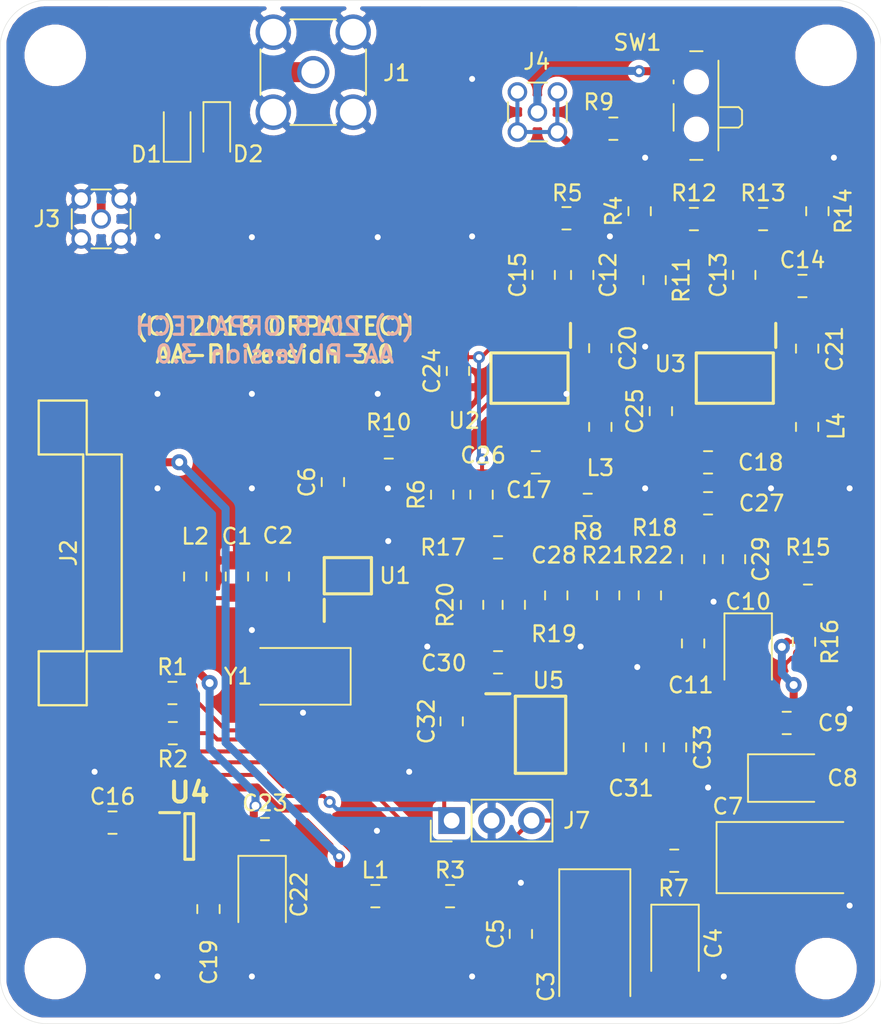
<source format=kicad_pcb>
(kicad_pcb (version 20171130) (host pcbnew 5.0.2-bee76a0~70~ubuntu18.04.1)
  (title_block (title "AA-PI Radio Board") (date 2019-08-19) (rev v3.0) (company ORPALTECH))
  (layers (0 F.Cu signal) (31 B.Cu signal) (34 B.Paste user) (35 F.Paste user) (36 B.SilkS user) (37 F.SilkS user) (38 B.Mask user) (39 F.Mask user) (44 Edge.Cuts user))
  (net 0 "")
  (net 1 GND)
  (net 2 "Net-(C1-Pad1)")
  (net 3 +5V)
  (net 4 +2V5)
  (net 5 VI)
  (net 6 VV)
  (net 7 "Net-(C14-Pad2)")
  (net 8 "Net-(C17-Pad1)")
  (net 9 +3V3)
  (net 10 "Net-(C20-Pad1)")
  (net 11 "Net-(C21-Pad1)")
  (net 12 "Net-(C25-Pad1)")
  (net 13 "Net-(C27-Pad2)")
  (net 14 "Net-(C28-Pad1)")
  (net 15 OUT_VI)
  (net 16 OUT_VV)
  (net 17 "Net-(D1-Pad2)")
  (net 18 I2C_SCL)
  (net 19 I2C_SDA)
  (net 20 "Net-(J2-Pad5)")
  (net 21 "Net-(J2-Pad7)")
  (net 22 "Net-(J4-Pad1)")
  (net 23 "Net-(R10-Pad2)")
  (net 24 "Net-(U1-Pad2)")
  (net 25 "Net-(U1-Pad3)")
  (net 26 "Net-(U1-Pad6)")
  (net 27 "Net-(U2-Pad5)")
  (net 28 "Net-(U2-Pad7)")
  (net 29 "Net-(U3-Pad7)")
  (net 30 "Net-(U3-Pad4)")
  (net 31 "Net-(C19-Pad1)")
  (net 32 "Net-(R6-Pad1)")
  (net 33 "Net-(C6-Pad1)")
  (net 34 "Net-(C18-Pad2)")
  (net 35 "Net-(C13-Pad2)")
  (net 36 "Net-(C12-Pad2)")
  (net 37 "Net-(C15-Pad1)")
  (net 38 "Net-(C24-Pad1)")
  (net 39 "Net-(C30-Pad2)")
  (net 40 "Net-(C30-Pad1)")
  (net 41 "Net-(C31-Pad1)")
  (net 42 "Net-(C31-Pad2)")
  (net 43 "Net-(C29-Pad1)")
  (net 44 "Net-(C26-Pad2)")
  (net 45 "Net-(R12-Pad2)")
  (net 46 "Net-(C17-Pad2)")
  (net 47 "Net-(C6-Pad2)")
  (net 48 "Net-(C3-Pad1)")
  (net 49 "Net-(L1-Pad2)")
  (net 50 /V_IN)
  (net 51 "Net-(R9-Pad1)")
  (net 52 "Net-(R4-Pad2)")
  (net 53 "Net-(J2-Pad6)")
  (module SOT94P279X130-5N (layer F.Cu) (at 112.02 128.11)
    (fp_text reference U4 (at 0 -2.794) (layer F.SilkS) (effects (font (size 1.27 1.27) (thickness 0.254))))
    (fp_text value RT9193-33GB hide)
    (pad 1 smd rect (at -1.25 -0.94 90) (size 0.65 1.25) (layers F.Cu F.Paste F.Mask) (net 3 +5V))
    (pad 2 smd rect (at -1.25 0 90) (size 0.65 1.25) (layers F.Cu F.Paste F.Mask) (net 1 GND))
    (pad 3 smd rect (at -1.25 0.94 90) (size 0.65 1.25) (layers F.Cu F.Paste F.Mask) (net 3 +5V))
    (pad 4 smd rect (at 1.25 0.94 90) (size 0.65 1.25) (layers F.Cu F.Paste F.Mask) (net 31 "Net-(C19-Pad1)"))
    (pad 5 smd rect (at 1.25 -0.94 90) (size 0.65 1.25) (layers F.Cu F.Paste F.Mask) (net 9 +3V3))
  )
  (module AA-PI-Footprints:SW_SPDT_PCM12 (layer F.Cu) (at 144.26 81.69 90)
    (fp_text reference SW1 (at 4 -3.75) (layer F.SilkS))
    (fp_text value HWCAL/WORK)
    (pad "" np_thru_hole circle (at -1.5 0 90) (size 0.9 0.9) (drill 0.9) (layers *.Cu *.Mask))
    (pad "" np_thru_hole circle (at 1.5 0 90) (size 0.9 0.9) (drill 0.9) (layers *.Cu *.Mask))
    (pad 1 smd rect (at -2.25 -1.76 90) (size 0.8 1.6) (layers F.Cu F.Paste F.Mask) (net 51 "Net-(R9-Pad1)"))
    (pad 2 smd rect (at 0.75 -1.76 90) (size 0.8 1.6) (layers F.Cu F.Paste F.Mask) (net 52 "Net-(R4-Pad2)"))
    (pad 3 smd rect (at 2.25 -1.76 90) (size 0.8 1.6) (layers F.Cu F.Paste F.Mask) (net 22 "Net-(J4-Pad1)"))
    (pad "" smd rect (at -3.65 1.1 90) (size 1 0.8) (layers F.Cu F.Paste F.Mask))
    (pad "" smd rect (at 3.65 1.1 90) (size 1 0.8) (layers F.Cu F.Paste F.Mask))
    (pad "" smd rect (at 3.65 -1.11 90) (size 1 0.8) (layers F.Cu F.Paste F.Mask))
    (pad "" smd rect (at -3.65 -1.11 90) (size 1 0.8) (layers F.Cu F.Paste F.Mask))
  )
  (module AA-PI-Footprints:C_0805_2012Metric_Pad1.15x1.40mm_HandSolder (layer F.Cu) (at 113.24 132.72 270)
    (fp_text reference C19 (at 3.37 -0.03 270) (layer F.SilkS))
    (fp_text value 22n hide)
    (pad 2 smd roundrect (at 1.025 0 270) (size 1.15 1.4) (layers F.Cu F.Paste F.Mask) (roundrect_rratio 0.217391) (net 1 GND))
    (pad 1 smd roundrect (at -1.025 0 270) (size 1.15 1.4) (layers F.Cu F.Paste F.Mask) (roundrect_rratio 0.217391) (net 31 "Net-(C19-Pad1)"))
  )
  (module AA-PI-Footprints:C_0805_2012Metric_Pad1.15x1.40mm_HandSolder (layer F.Cu) (at 107.14 127.23)
    (fp_text reference C16 (at 0 -1.65) (layer F.SilkS))
    (fp_text value 4.7u hide)
    (pad 1 smd roundrect (at -1.025 0) (size 1.15 1.4) (layers F.Cu F.Paste F.Mask) (roundrect_rratio 0.217391) (net 1 GND))
    (pad 2 smd roundrect (at 1.025 0) (size 1.15 1.4) (layers F.Cu F.Paste F.Mask) (roundrect_rratio 0.217391) (net 3 +5V))
  )
  (module AA-PI-Footprints:1.25-AB-SMT-10pin-Vertical (layer F.Cu) (at 106.5 110.1 270)
    (fp_text reference J2 (at 0 2.15 270) (layer F.SilkS))
    (fp_text value "MAIN BOARD")
    (pad 1 smd rect (at -5.625 0 270) (size 0.8 2) (layers F.Cu F.Paste F.Mask) (net 50 /V_IN))
    (pad 2 smd rect (at -4.375 0 270) (size 0.8 2) (layers F.Cu F.Paste F.Mask) (net 1 GND))
    (pad 3 smd rect (at -3.125 0 270) (size 0.8 2) (layers F.Cu F.Paste F.Mask) (net 18 I2C_SCL))
    (pad 4 smd rect (at -1.875 0 270) (size 0.8 2) (layers F.Cu F.Paste F.Mask) (net 19 I2C_SDA))
    (pad 5 smd rect (at -0.625 0 270) (size 0.8 2) (layers F.Cu F.Paste F.Mask) (net 20 "Net-(J2-Pad5)"))
    (pad 6 smd rect (at 0.625 0 270) (size 0.8 2) (layers F.Cu F.Paste F.Mask) (net 53 "Net-(J2-Pad6)"))
    (pad 7 smd rect (at 1.875 0 270) (size 0.8 2) (layers F.Cu F.Paste F.Mask) (net 21 "Net-(J2-Pad7)"))
    (pad 8 smd rect (at 3.125 0 270) (size 0.8 2) (layers F.Cu F.Paste F.Mask) (net 16 OUT_VV))
    (pad 9 smd rect (at 4.375 0 270) (size 0.8 2) (layers F.Cu F.Paste F.Mask) (net 15 OUT_VI))
    (pad 10 smd rect (at 5.625 0 270) (size 0.8 2) (layers F.Cu F.Paste F.Mask) (net 1 GND))
    (pad SH smd rect (at -8.125 2.6 270) (size 2.2 2.6) (layers F.Cu F.Paste F.Mask) (net 1 GND))
    (pad SH smd rect (at 8.125 2.6 270) (size 2.2 2.6) (layers F.Cu F.Paste F.Mask) (net 1 GND))
  )
  (module AA-PI-Footprints:D_SOD-323_HandSoldering (layer F.Cu) (at 111.25 83.36 90)
    (fp_text reference D1 (at -1.43 -1.96) (layer F.SilkS))
    (fp_text value 1N4148 hide)
    (pad 1 smd rect (at -1.25 0 90) (size 1 1) (layers F.Cu F.Paste F.Mask) (net 1 GND))
    (pad 2 smd rect (at 1.25 0 90) (size 1 1) (layers F.Cu F.Paste F.Mask) (net 17 "Net-(D1-Pad2)"))
  )
  (module AA-PI-Footprints:R_0805_2012Metric_Pad1.15x1.40mm_HandSolder (layer F.Cu) (at 151.1 115.75 270)
    (fp_text reference R16 (at 0 -1.65 270) (layer F.SilkS))
    (fp_text value 3.3K hide)
    (pad 2 smd roundrect (at 1.025 0 270) (size 1.15 1.4) (layers F.Cu F.Paste F.Mask) (roundrect_rratio 0.217391) (net 1 GND))
    (pad 1 smd roundrect (at -1.025 0 270) (size 1.15 1.4) (layers F.Cu F.Paste F.Mask) (roundrect_rratio 0.217391) (net 4 +2V5))
  )
  (module AA-PI-Footprints:C_0805_2012Metric_Pad1.15x1.40mm_HandSolder (layer F.Cu) (at 150 120.9)
    (fp_text reference C9 (at 2.95 0) (layer F.SilkS))
    (fp_text value 100n hide)
    (pad 1 smd roundrect (at -1.025 0) (size 1.15 1.4) (layers F.Cu F.Paste F.Mask) (roundrect_rratio 0.217391) (net 3 +5V))
    (pad 2 smd roundrect (at 1.025 0) (size 1.15 1.4) (layers F.Cu F.Paste F.Mask) (roundrect_rratio 0.217391) (net 1 GND))
  )
  (module MountingHole:MountingHole_3.2mm_M3_DIN965 (layer F.Cu) (at 152.5 78.5)
    (fp_text reference MH2 hide)
    (fp_text value MountingHole_3.2mm_M3_DIN965 hide)
    (pad 1 np_thru_hole circle (at 0 0) (size 3.2 3.2) (drill 3.2) (layers *.Cu *.Mask))
  )
  (module AA-PI-Footprints:SOIC127P600X175-8N (layer F.Cu) (at 133.65 99 270)
    (fp_text reference U2 (at 2.7 4.15 180) (layer F.SilkS))
    (fp_text value SA612A hide)
    (pad 8 smd rect (at 2.712 -1.905) (size 0.7 1.525) (layers F.Cu F.Paste F.Mask) (net 10 "Net-(C20-Pad1)"))
    (pad 7 smd rect (at 2.712 -0.635) (size 0.7 1.525) (layers F.Cu F.Paste F.Mask) (net 28 "Net-(U2-Pad7)"))
    (pad 6 smd rect (at 2.712 0.635) (size 0.7 1.525) (layers F.Cu F.Paste F.Mask) (net 8 "Net-(C17-Pad1)"))
    (pad 5 smd rect (at 2.712 1.905) (size 0.7 1.525) (layers F.Cu F.Paste F.Mask) (net 27 "Net-(U2-Pad5)"))
    (pad 4 smd rect (at -2.712 1.905) (size 0.7 1.525) (layers F.Cu F.Paste F.Mask) (net 38 "Net-(C24-Pad1)"))
    (pad 3 smd rect (at -2.712 0.635) (size 0.7 1.525) (layers F.Cu F.Paste F.Mask) (net 1 GND))
    (pad 2 smd rect (at -2.712 -0.635) (size 0.7 1.525) (layers F.Cu F.Paste F.Mask) (net 37 "Net-(C15-Pad1)"))
    (pad 1 smd rect (at -2.712 -1.905) (size 0.7 1.525) (layers F.Cu F.Paste F.Mask) (net 36 "Net-(C12-Pad2)"))
  )
  (module AA-PI-Footprints:SOIC127P600X175-8N (layer F.Cu) (at 146.7 99 270)
    (fp_text reference U3 (at -0.9 4.1 180) (layer F.SilkS))
    (fp_text value SA612A hide)
    (pad 8 smd rect (at 2.712 -1.905) (size 0.7 1.525) (layers F.Cu F.Paste F.Mask) (net 11 "Net-(C21-Pad1)"))
    (pad 7 smd rect (at 2.712 -0.635) (size 0.7 1.525) (layers F.Cu F.Paste F.Mask) (net 29 "Net-(U3-Pad7)"))
    (pad 6 smd rect (at 2.712 0.635) (size 0.7 1.525) (layers F.Cu F.Paste F.Mask) (net 34 "Net-(C18-Pad2)"))
    (pad 5 smd rect (at 2.712 1.905) (size 0.7 1.525) (layers F.Cu F.Paste F.Mask) (net 12 "Net-(C25-Pad1)"))
    (pad 4 smd rect (at -2.712 1.905) (size 0.7 1.525) (layers F.Cu F.Paste F.Mask) (net 30 "Net-(U3-Pad4)"))
    (pad 3 smd rect (at -2.712 0.635) (size 0.7 1.525) (layers F.Cu F.Paste F.Mask) (net 1 GND))
    (pad 2 smd rect (at -2.712 -0.635) (size 0.7 1.525) (layers F.Cu F.Paste F.Mask) (net 35 "Net-(C13-Pad2)"))
    (pad 1 smd rect (at -2.712 -1.905) (size 0.7 1.525) (layers F.Cu F.Paste F.Mask) (net 7 "Net-(C14-Pad2)"))
  )
  (module AA-PI-Footprints:SOIC127P600X175-8N (layer F.Cu) (at 134.35 121.65)
    (fp_text reference U5 (at 0.5 -3.45) (layer F.SilkS))
    (fp_text value MC4558 hide)
    (pad 8 smd rect (at 2.712 -1.905 90) (size 0.7 1.525) (layers F.Cu F.Paste F.Mask) (net 3 +5V))
    (pad 7 smd rect (at 2.712 -0.635 90) (size 0.7 1.525) (layers F.Cu F.Paste F.Mask) (net 42 "Net-(C31-Pad2)"))
    (pad 6 smd rect (at 2.712 0.635 90) (size 0.7 1.525) (layers F.Cu F.Paste F.Mask) (net 41 "Net-(C31-Pad1)"))
    (pad 5 smd rect (at 2.712 1.905 90) (size 0.7 1.525) (layers F.Cu F.Paste F.Mask) (net 4 +2V5))
    (pad 4 smd rect (at -2.712 1.905 90) (size 0.7 1.525) (layers F.Cu F.Paste F.Mask) (net 1 GND))
    (pad 3 smd rect (at -2.712 0.635 90) (size 0.7 1.525) (layers F.Cu F.Paste F.Mask) (net 4 +2V5))
    (pad 2 smd rect (at -2.712 -0.635 90) (size 0.7 1.525) (layers F.Cu F.Paste F.Mask) (net 40 "Net-(C30-Pad1)"))
    (pad 1 smd rect (at -2.712 -1.905 90) (size 0.7 1.525) (layers F.Cu F.Paste F.Mask) (net 39 "Net-(C30-Pad2)"))
  )
  (module AA-PI-Footprints:SOP50P490X110-10N (layer F.Cu) (at 122.1 111.55 90)
    (fp_text reference U1 (at 0 3) (layer F.SilkS))
    (fp_text value Si5351A hide)
    (pad 10 smd rect (at 2.2 -1 180) (size 0.3 1.4) (layers F.Cu F.Paste F.Mask) (net 33 "Net-(C6-Pad1)"))
    (pad 9 smd rect (at 2.2 -0.5 180) (size 0.3 1.4) (layers F.Cu F.Paste F.Mask) (net 32 "Net-(R6-Pad1)"))
    (pad 8 smd rect (at 2.2 0 180) (size 0.3 1.4) (layers F.Cu F.Paste F.Mask) (net 1 GND))
    (pad 7 smd rect (at 2.2 0.5 180) (size 0.3 1.4) (layers F.Cu F.Paste F.Mask) (net 2 "Net-(C1-Pad1)"))
    (pad 6 smd rect (at 2.2 1 180) (size 0.3 1.4) (layers F.Cu F.Paste F.Mask) (net 26 "Net-(U1-Pad6)"))
    (pad 5 smd rect (at -2.2 1 180) (size 0.3 1.4) (layers F.Cu F.Paste F.Mask) (net 19 I2C_SDA))
    (pad 4 smd rect (at -2.2 0.5 180) (size 0.3 1.4) (layers F.Cu F.Paste F.Mask) (net 18 I2C_SCL))
    (pad 3 smd rect (at -2.2 0 180) (size 0.3 1.4) (layers F.Cu F.Paste F.Mask) (net 25 "Net-(U1-Pad3)"))
    (pad 2 smd rect (at -2.2 -0.5 180) (size 0.3 1.4) (layers F.Cu F.Paste F.Mask) (net 24 "Net-(U1-Pad2)"))
    (pad 1 smd rect (at -2.2 -1 180) (size 0.3 1.4) (layers F.Cu F.Paste F.Mask) (net 2 "Net-(C1-Pad1)"))
  )
  (module AA-PI-Footprints:MMCX_Molex_73415-1471_Vertical (layer F.Cu) (at 134.15 82.1)
    (fp_text reference J4 (at -0.04 -3.2) (layer F.SilkS))
    (fp_text value INDUCT hide)
    (pad 2 thru_hole circle (at -1.27 1.27) (size 1.24 1.24) (drill 0.84) (layers *.Cu *.Mask) (net 5 VI))
    (pad 2 thru_hole circle (at 1.27 -1.27) (size 1.24 1.24) (drill 0.84) (layers *.Cu *.Mask) (net 5 VI))
    (pad 2 thru_hole circle (at 1.27 1.27) (size 1.24 1.24) (drill 0.84) (layers *.Cu *.Mask) (net 5 VI))
    (pad 2 thru_hole circle (at -1.27 -1.27) (size 1.24 1.24) (drill 0.84) (layers *.Cu *.Mask) (net 5 VI))
    (pad 1 thru_hole circle (at 0 0) (size 1.24 1.24) (drill 0.84) (layers *.Cu *.Mask) (net 22 "Net-(J4-Pad1)"))
  )
  (module AA-PI-Footprints:MMCX_Molex_73415-1471_Vertical (layer F.Cu) (at 106.42 88.89)
    (fp_text reference J3 (at -3.45 0) (layer F.SilkS))
    (fp_text value INDUCT hide)
    (pad 1 thru_hole circle (at 0 0) (size 1.24 1.24) (drill 0.84) (layers *.Cu *.Mask) (net 17 "Net-(D1-Pad2)"))
    (pad 2 thru_hole circle (at -1.27 -1.27) (size 1.24 1.24) (drill 0.84) (layers *.Cu *.Mask) (net 1 GND))
    (pad 2 thru_hole circle (at 1.27 1.27) (size 1.24 1.24) (drill 0.84) (layers *.Cu *.Mask) (net 1 GND))
    (pad 2 thru_hole circle (at 1.27 -1.27) (size 1.24 1.24) (drill 0.84) (layers *.Cu *.Mask) (net 1 GND))
    (pad 2 thru_hole circle (at -1.27 1.27) (size 1.24 1.24) (drill 0.84) (layers *.Cu *.Mask) (net 1 GND))
  )
  (module MountingHole:MountingHole_3.2mm_M3_DIN965 (layer F.Cu) (at 152.5 136.5)
    (fp_text reference MH4 hide)
    (fp_text value MountingHole_3.2mm_M3_DIN965 hide)
    (pad 1 np_thru_hole circle (at 0 0) (size 3.2 3.2) (drill 3.2) (layers *.Cu *.Mask))
  )
  (module MountingHole:MountingHole_3.2mm_M3_DIN965 (layer F.Cu) (at 103.5 136.5)
    (fp_text reference MH3 hide)
    (fp_text value MountingHole_3.2mm_M3_DIN965 hide)
    (pad 1 np_thru_hole circle (at 0 0) (size 3.2 3.2) (drill 3.2) (layers *.Cu *.Mask))
  )
  (module AA-PI-Footprints:C_0805_2012Metric_Pad1.15x1.40mm_HandSolder (layer F.Cu) (at 142.9 122.45 270)
    (fp_text reference C33 (at 0 -1.75 270) (layer F.SilkS))
    (fp_text value 10u hide)
    (pad 2 smd roundrect (at 1.025 0 270) (size 1.15 1.4) (layers F.Cu F.Paste F.Mask) (roundrect_rratio 0.217391) (net 16 OUT_VV))
    (pad 1 smd roundrect (at -1.025 0 270) (size 1.15 1.4) (layers F.Cu F.Paste F.Mask) (roundrect_rratio 0.217391) (net 42 "Net-(C31-Pad2)"))
  )
  (module AA-PI-Footprints:C_0805_2012Metric_Pad1.15x1.40mm_HandSolder (layer F.Cu) (at 128.7 120.8 270)
    (fp_text reference C32 (at 0 1.6 270) (layer F.SilkS))
    (fp_text value 10u hide)
    (pad 1 smd roundrect (at -1.025 0 270) (size 1.15 1.4) (layers F.Cu F.Paste F.Mask) (roundrect_rratio 0.217391) (net 39 "Net-(C30-Pad2)"))
    (pad 2 smd roundrect (at 1.025 0 270) (size 1.15 1.4) (layers F.Cu F.Paste F.Mask) (roundrect_rratio 0.217391) (net 15 OUT_VI))
  )
  (module AA-PI-Footprints:CP_EIA-3528-21_Kemet-B (layer F.Cu) (at 116.65 131.8 270)
    (fp_text reference C22 (at 0 -2.35 270) (layer F.SilkS))
    (fp_text value 10u hide)
    (pad 1 smd roundrect (at -1.5375 0 270) (size 1.325 2.35) (layers F.Cu F.Paste F.Mask) (roundrect_rratio 0.188679) (net 9 +3V3))
    (pad 2 smd roundrect (at 1.5375 0 270) (size 1.325 2.35) (layers F.Cu F.Paste F.Mask) (roundrect_rratio 0.188679) (net 1 GND))
  )
  (module AA-PI-Footprints:CP_EIA-3528-21_Kemet-B (layer F.Cu) (at 150 124.4)
    (fp_text reference C8 (at 3.55 0) (layer F.SilkS))
    (fp_text value 22u hide)
    (pad 1 smd roundrect (at -1.5375 0) (size 1.325 2.35) (layers F.Cu F.Paste F.Mask) (roundrect_rratio 0.188679) (net 3 +5V))
    (pad 2 smd roundrect (at 1.5375 0) (size 1.325 2.35) (layers F.Cu F.Paste F.Mask) (roundrect_rratio 0.188679) (net 1 GND))
  )
  (module AA-PI-Footprints:CP_EIA-3528-21_Kemet-B (layer F.Cu) (at 142.9 134.9 270)
    (fp_text reference C4 (at 0 -2.45 270) (layer F.SilkS))
    (fp_text value 47u hide)
    (pad 2 smd roundrect (at 1.5375 0 270) (size 1.325 2.35) (layers F.Cu F.Paste F.Mask) (roundrect_rratio 0.188679) (net 1 GND))
    (pad 1 smd roundrect (at -1.5375 0 270) (size 1.325 2.35) (layers F.Cu F.Paste F.Mask) (roundrect_rratio 0.188679) (net 48 "Net-(C3-Pad1)"))
  )
  (module AA-PI-Footprints:CP_EIA-3528-21_Kemet-B (layer F.Cu) (at 147.55 116.4 270)
    (fp_text reference C10 (at -3.2 0 180) (layer F.SilkS))
    (fp_text value 10u hide)
    (pad 1 smd roundrect (at -1.5375 0 270) (size 1.325 2.35) (layers F.Cu F.Paste F.Mask) (roundrect_rratio 0.188679) (net 4 +2V5))
    (pad 2 smd roundrect (at 1.5375 0 270) (size 1.325 2.35) (layers F.Cu F.Paste F.Mask) (roundrect_rratio 0.188679) (net 1 GND))
  )
  (module AA-PI-Footprints:CP_EIA-7343-31_Kemet-D (layer F.Cu) (at 149.95 129.45)
    (fp_text reference C7 (at -3.7 -3.25) (layer F.SilkS))
    (fp_text value 100u hide)
    (pad 1 smd roundrect (at -3.1125 0) (size 2.075 2.55) (layers F.Cu F.Paste F.Mask) (roundrect_rratio 0.120482) (net 3 +5V))
    (pad 2 smd roundrect (at 3.1125 0) (size 2.075 2.55) (layers F.Cu F.Paste F.Mask) (roundrect_rratio 0.120482) (net 1 GND))
  )
  (module AA-PI-Footprints:C_0805_2012Metric_Pad1.15x1.40mm_HandSolder (layer F.Cu) (at 147.3 92.45 270)
    (fp_text reference C13 (at 0 1.65 270) (layer F.SilkS))
    (fp_text value 100n hide)
    (pad 2 smd roundrect (at 1.025 0 270) (size 1.15 1.4) (layers F.Cu F.Paste F.Mask) (roundrect_rratio 0.217391) (net 35 "Net-(C13-Pad2)"))
    (pad 1 smd roundrect (at -1.025 0 270) (size 1.15 1.4) (layers F.Cu F.Paste F.Mask) (roundrect_rratio 0.217391) (net 6 VV))
  )
  (module AA-PI-Footprints:C_0805_2012Metric_Pad1.15x1.40mm_HandSolder (layer F.Cu) (at 133.1 134.3 270)
    (fp_text reference C5 (at 0 1.6 270) (layer F.SilkS))
    (fp_text value 100n hide)
    (pad 1 smd roundrect (at -1.025 0 270) (size 1.15 1.4) (layers F.Cu F.Paste F.Mask) (roundrect_rratio 0.217391) (net 48 "Net-(C3-Pad1)"))
    (pad 2 smd roundrect (at 1.025 0 270) (size 1.15 1.4) (layers F.Cu F.Paste F.Mask) (roundrect_rratio 0.217391) (net 1 GND))
  )
  (module AA-PI-Footprints:C_0805_2012Metric_Pad1.15x1.40mm_HandSolder (layer F.Cu) (at 146.65 110.5 270)
    (fp_text reference C29 (at 0 -1.7 270) (layer F.SilkS))
    (fp_text value 1n hide)
    (pad 1 smd roundrect (at -1.025 0 270) (size 1.15 1.4) (layers F.Cu F.Paste F.Mask) (roundrect_rratio 0.217391) (net 43 "Net-(C29-Pad1)"))
    (pad 2 smd roundrect (at 1.025 0 270) (size 1.15 1.4) (layers F.Cu F.Paste F.Mask) (roundrect_rratio 0.217391) (net 4 +2V5))
  )
  (module AA-PI-Footprints:C_0805_2012Metric_Pad1.15x1.40mm_HandSolder (layer F.Cu) (at 131.65 117.05 180)
    (fp_text reference C30 (at 3.45 -0.05 180) (layer F.SilkS))
    (fp_text value 82p hide)
    (pad 2 smd roundrect (at 1.025 0 180) (size 1.15 1.4) (layers F.Cu F.Paste F.Mask) (roundrect_rratio 0.217391) (net 39 "Net-(C30-Pad2)"))
    (pad 1 smd roundrect (at -1.025 0 180) (size 1.15 1.4) (layers F.Cu F.Paste F.Mask) (roundrect_rratio 0.217391) (net 40 "Net-(C30-Pad1)"))
  )
  (module AA-PI-Footprints:C_0805_2012Metric_Pad1.15x1.40mm_HandSolder (layer F.Cu) (at 140.35 122.45 90)
    (fp_text reference C31 (at -2.6 -0.25) (layer F.SilkS))
    (fp_text value 82p hide)
    (pad 1 smd roundrect (at -1.025 0 90) (size 1.15 1.4) (layers F.Cu F.Paste F.Mask) (roundrect_rratio 0.217391) (net 41 "Net-(C31-Pad1)"))
    (pad 2 smd roundrect (at 1.025 0 90) (size 1.15 1.4) (layers F.Cu F.Paste F.Mask) (roundrect_rratio 0.217391) (net 42 "Net-(C31-Pad2)"))
  )
  (module AA-PI-Footprints:L_0805_2012Metric_Pad1.15x1.40mm_HandSolder (layer F.Cu) (at 151.3 102.1 90)
    (fp_text reference L4 (at 0.05 1.85 90) (layer F.SilkS))
    (fp_text value 0.5 hide)
    (pad 1 smd roundrect (at -1.025 0 90) (size 1.15 1.4) (layers F.Cu F.Paste F.Mask) (roundrect_rratio 0.217391) (net 3 +5V))
    (pad 2 smd roundrect (at 1.025 0 90) (size 1.15 1.4) (layers F.Cu F.Paste F.Mask) (roundrect_rratio 0.217391) (net 11 "Net-(C21-Pad1)"))
  )
  (module AA-PI-Footprints:R_0805_2012Metric_Pad1.15x1.40mm_HandSolder (layer F.Cu) (at 138.65 112.8 270)
    (fp_text reference R21 (at -2.55 0.25 180) (layer F.SilkS))
    (fp_text value 12K hide)
    (pad 2 smd roundrect (at 1.025 0 270) (size 1.15 1.4) (layers F.Cu F.Paste F.Mask) (roundrect_rratio 0.217391) (net 41 "Net-(C31-Pad1)"))
    (pad 1 smd roundrect (at -1.025 0 270) (size 1.15 1.4) (layers F.Cu F.Paste F.Mask) (roundrect_rratio 0.217391) (net 43 "Net-(C29-Pad1)"))
  )
  (module AA-PI-Footprints:R_0805_2012Metric_Pad1.15x1.40mm_HandSolder (layer F.Cu) (at 141.3 112.8 270)
    (fp_text reference R22 (at -2.55 -0.05) (layer F.SilkS))
    (fp_text value 75K hide)
    (pad 1 smd roundrect (at -1.025 0 270) (size 1.15 1.4) (layers F.Cu F.Paste F.Mask) (roundrect_rratio 0.217391) (net 43 "Net-(C29-Pad1)"))
    (pad 2 smd roundrect (at 1.025 0 270) (size 1.15 1.4) (layers F.Cu F.Paste F.Mask) (roundrect_rratio 0.217391) (net 42 "Net-(C31-Pad2)"))
  )
  (module AA-PI-Footprints:C_0805_2012Metric_Pad1.15x1.40mm_HandSolder (layer F.Cu) (at 115.05 111.6 90)
    (fp_text reference C1 (at 2.55 0) (layer F.SilkS))
    (fp_text value 100p hide)
    (pad 2 smd roundrect (at 1.025 0 90) (size 1.15 1.4) (layers F.Cu F.Paste F.Mask) (roundrect_rratio 0.217391) (net 1 GND))
    (pad 1 smd roundrect (at -1.025 0 90) (size 1.15 1.4) (layers F.Cu F.Paste F.Mask) (roundrect_rratio 0.217391) (net 2 "Net-(C1-Pad1)"))
  )
  (module AA-PI-Footprints:C_0805_2012Metric_Pad1.15x1.40mm_HandSolder (layer F.Cu) (at 117.65 111.6 90)
    (fp_text reference C2 (at 2.6 0) (layer F.SilkS))
    (fp_text value 100n hide)
    (pad 2 smd roundrect (at 1.025 0 90) (size 1.15 1.4) (layers F.Cu F.Paste F.Mask) (roundrect_rratio 0.217391) (net 1 GND))
    (pad 1 smd roundrect (at -1.025 0 90) (size 1.15 1.4) (layers F.Cu F.Paste F.Mask) (roundrect_rratio 0.217391) (net 2 "Net-(C1-Pad1)"))
  )
  (module AA-PI-Footprints:CP_EIA-7343-31_Kemet-D (layer F.Cu) (at 137.8 134.6 270)
    (fp_text reference C3 (at 3.05 3.1 270) (layer F.SilkS))
    (fp_text value 100u hide)
    (pad 1 smd roundrect (at -3.1125 0 270) (size 2.075 2.55) (layers F.Cu F.Paste F.Mask) (roundrect_rratio 0.120482) (net 48 "Net-(C3-Pad1)"))
    (pad 2 smd roundrect (at 3.1125 0 270) (size 2.075 2.55) (layers F.Cu F.Paste F.Mask) (roundrect_rratio 0.120482) (net 1 GND))
  )
  (module AA-PI-Footprints:C_0805_2012Metric_Pad1.15x1.40mm_HandSolder (layer F.Cu) (at 121.15 105.6 90)
    (fp_text reference C6 (at 0 -1.65 90) (layer F.SilkS))
    (fp_text value 100n hide)
    (pad 2 smd roundrect (at 1.025 0 90) (size 1.15 1.4) (layers F.Cu F.Paste F.Mask) (roundrect_rratio 0.217391) (net 47 "Net-(C6-Pad2)"))
    (pad 1 smd roundrect (at -1.025 0 90) (size 1.15 1.4) (layers F.Cu F.Paste F.Mask) (roundrect_rratio 0.217391) (net 33 "Net-(C6-Pad1)"))
  )
  (module AA-PI-Footprints:C_0805_2012Metric_Pad1.15x1.40mm_HandSolder (layer F.Cu) (at 144.05 115.85 270)
    (fp_text reference C11 (at 2.65 0.15 180) (layer F.SilkS))
    (fp_text value 100n hide)
    (pad 1 smd roundrect (at -1.025 0 270) (size 1.15 1.4) (layers F.Cu F.Paste F.Mask) (roundrect_rratio 0.217391) (net 4 +2V5))
    (pad 2 smd roundrect (at 1.025 0 270) (size 1.15 1.4) (layers F.Cu F.Paste F.Mask) (roundrect_rratio 0.217391) (net 1 GND))
  )
  (module AA-PI-Footprints:C_0805_2012Metric_Pad1.15x1.40mm_HandSolder (layer F.Cu) (at 137 92.45 270)
    (fp_text reference C12 (at 0 -1.65 270) (layer F.SilkS))
    (fp_text value 100n hide)
    (pad 2 smd roundrect (at 1.025 0 270) (size 1.15 1.4) (layers F.Cu F.Paste F.Mask) (roundrect_rratio 0.217391) (net 36 "Net-(C12-Pad2)"))
    (pad 1 smd roundrect (at -1.025 0 270) (size 1.15 1.4) (layers F.Cu F.Paste F.Mask) (roundrect_rratio 0.217391) (net 5 VI))
  )
  (module AA-PI-Footprints:C_0805_2012Metric_Pad1.15x1.40mm_HandSolder (layer F.Cu) (at 151 93.15 180)
    (fp_text reference C14 (at 0 1.65 180) (layer F.SilkS))
    (fp_text value 100n hide)
    (pad 2 smd roundrect (at 1.025 0 180) (size 1.15 1.4) (layers F.Cu F.Paste F.Mask) (roundrect_rratio 0.217391) (net 7 "Net-(C14-Pad2)"))
    (pad 1 smd roundrect (at -1.025 0 180) (size 1.15 1.4) (layers F.Cu F.Paste F.Mask) (roundrect_rratio 0.217391) (net 1 GND))
  )
  (module AA-PI-Footprints:C_0805_2012Metric_Pad1.15x1.40mm_HandSolder (layer F.Cu) (at 134.55 92.45 90)
    (fp_text reference C15 (at 0 -1.65 90) (layer F.SilkS))
    (fp_text value 100n hide)
    (pad 1 smd roundrect (at -1.025 0 90) (size 1.15 1.4) (layers F.Cu F.Paste F.Mask) (roundrect_rratio 0.217391) (net 37 "Net-(C15-Pad1)"))
    (pad 2 smd roundrect (at 1.025 0 90) (size 1.15 1.4) (layers F.Cu F.Paste F.Mask) (roundrect_rratio 0.217391) (net 1 GND))
  )
  (module AA-PI-Footprints:C_0805_2012Metric_Pad1.15x1.40mm_HandSolder (layer F.Cu) (at 134.05 104.35)
    (fp_text reference C17 (at -0.45 1.75) (layer F.SilkS))
    (fp_text value 10n hide)
    (pad 2 smd roundrect (at 1.025 0) (size 1.15 1.4) (layers F.Cu F.Paste F.Mask) (roundrect_rratio 0.217391) (net 46 "Net-(C17-Pad2)"))
    (pad 1 smd roundrect (at -1.025 0) (size 1.15 1.4) (layers F.Cu F.Paste F.Mask) (roundrect_rratio 0.217391) (net 8 "Net-(C17-Pad1)"))
  )
  (module AA-PI-Footprints:C_0805_2012Metric_Pad1.15x1.40mm_HandSolder (layer F.Cu) (at 145 104.35)
    (fp_text reference C18 (at 3.35 0) (layer F.SilkS))
    (fp_text value 10n hide)
    (pad 2 smd roundrect (at 1.025 0) (size 1.15 1.4) (layers F.Cu F.Paste F.Mask) (roundrect_rratio 0.217391) (net 34 "Net-(C18-Pad2)"))
    (pad 1 smd roundrect (at -1.025 0) (size 1.15 1.4) (layers F.Cu F.Paste F.Mask) (roundrect_rratio 0.217391) (net 46 "Net-(C17-Pad2)"))
  )
  (module AA-PI-Footprints:C_0805_2012Metric_Pad1.15x1.40mm_HandSolder (layer F.Cu) (at 138.15 97.1 90)
    (fp_text reference C20 (at 0 1.75 90) (layer F.SilkS))
    (fp_text value 100n hide)
    (pad 1 smd roundrect (at -1.025 0 90) (size 1.15 1.4) (layers F.Cu F.Paste F.Mask) (roundrect_rratio 0.217391) (net 10 "Net-(C20-Pad1)"))
    (pad 2 smd roundrect (at 1.025 0 90) (size 1.15 1.4) (layers F.Cu F.Paste F.Mask) (roundrect_rratio 0.217391) (net 1 GND))
  )
  (module AA-PI-Footprints:C_0805_2012Metric_Pad1.15x1.40mm_HandSolder (layer F.Cu) (at 151.3 97.125 90)
    (fp_text reference C21 (at -0.025 1.75 90) (layer F.SilkS))
    (fp_text value 100n hide)
    (pad 2 smd roundrect (at 1.025 0 90) (size 1.15 1.4) (layers F.Cu F.Paste F.Mask) (roundrect_rratio 0.217391) (net 1 GND))
    (pad 1 smd roundrect (at -1.025 0 90) (size 1.15 1.4) (layers F.Cu F.Paste F.Mask) (roundrect_rratio 0.217391) (net 11 "Net-(C21-Pad1)"))
  )
  (module AA-PI-Footprints:C_0805_2012Metric_Pad1.15x1.40mm_HandSolder (layer F.Cu) (at 116.83 127.64)
    (fp_text reference C23 (at 0 -1.65) (layer F.SilkS))
    (fp_text value 100n hide)
    (pad 1 smd roundrect (at -1.025 0) (size 1.15 1.4) (layers F.Cu F.Paste F.Mask) (roundrect_rratio 0.217391) (net 9 +3V3))
    (pad 2 smd roundrect (at 1.025 0) (size 1.15 1.4) (layers F.Cu F.Paste F.Mask) (roundrect_rratio 0.217391) (net 1 GND))
  )
  (module AA-PI-Footprints:C_0805_2012Metric_Pad1.15x1.40mm_HandSolder (layer F.Cu) (at 129.1 98.55 270)
    (fp_text reference C24 (at 0 1.65 270) (layer F.SilkS))
    (fp_text value 300p hide)
    (pad 1 smd roundrect (at -1.025 0 270) (size 1.15 1.4) (layers F.Cu F.Paste F.Mask) (roundrect_rratio 0.217391) (net 38 "Net-(C24-Pad1)"))
    (pad 2 smd roundrect (at 1.025 0 270) (size 1.15 1.4) (layers F.Cu F.Paste F.Mask) (roundrect_rratio 0.217391) (net 1 GND))
  )
  (module AA-PI-Footprints:C_0805_2012Metric_Pad1.15x1.40mm_HandSolder (layer F.Cu) (at 142 101.1 90)
    (fp_text reference C25 (at 0 -1.65 90) (layer F.SilkS))
    (fp_text value 300p hide)
    (pad 2 smd roundrect (at 1.025 0 90) (size 1.15 1.4) (layers F.Cu F.Paste F.Mask) (roundrect_rratio 0.217391) (net 1 GND))
    (pad 1 smd roundrect (at -1.025 0 90) (size 1.15 1.4) (layers F.Cu F.Paste F.Mask) (roundrect_rratio 0.217391) (net 12 "Net-(C25-Pad1)"))
  )
  (module AA-PI-Footprints:C_0805_2012Metric_Pad1.15x1.40mm_HandSolder (layer F.Cu) (at 130.6 106.4 270)
    (fp_text reference C26 (at -2.5 -0.1 180) (layer F.SilkS))
    (fp_text value 100n hide)
    (pad 2 smd roundrect (at 1.025 0 270) (size 1.15 1.4) (layers F.Cu F.Paste F.Mask) (roundrect_rratio 0.217391) (net 44 "Net-(C26-Pad2)"))
    (pad 1 smd roundrect (at -1.025 0 270) (size 1.15 1.4) (layers F.Cu F.Paste F.Mask) (roundrect_rratio 0.217391) (net 38 "Net-(C24-Pad1)"))
  )
  (module AA-PI-Footprints:C_0805_2012Metric_Pad1.15x1.40mm_HandSolder (layer F.Cu) (at 145 106.95 180)
    (fp_text reference C27 (at -3.4 0 180) (layer F.SilkS))
    (fp_text value 100n hide)
    (pad 1 smd roundrect (at -1.025 0 180) (size 1.15 1.4) (layers F.Cu F.Paste F.Mask) (roundrect_rratio 0.217391) (net 12 "Net-(C25-Pad1)"))
    (pad 2 smd roundrect (at 1.025 0 180) (size 1.15 1.4) (layers F.Cu F.Paste F.Mask) (roundrect_rratio 0.217391) (net 13 "Net-(C27-Pad2)"))
  )
  (module AA-PI-Footprints:C_0805_2012Metric_Pad1.15x1.40mm_HandSolder (layer F.Cu) (at 135.35 112.8 270)
    (fp_text reference C28 (at -2.55 0.15 180) (layer F.SilkS))
    (fp_text value 1n hide)
    (pad 1 smd roundrect (at -1.025 0 270) (size 1.15 1.4) (layers F.Cu F.Paste F.Mask) (roundrect_rratio 0.217391) (net 14 "Net-(C28-Pad1)"))
    (pad 2 smd roundrect (at 1.025 0 270) (size 1.15 1.4) (layers F.Cu F.Paste F.Mask) (roundrect_rratio 0.217391) (net 4 +2V5))
  )
  (module AA-PI-Footprints:D_SOD-323_HandSoldering (layer F.Cu) (at 113.77 83.37 270)
    (fp_text reference D2 (at 1.4 -1.99 180) (layer F.SilkS))
    (fp_text value 1N4148 hide)
    (pad 2 smd rect (at 1.25 0 270) (size 1 1) (layers F.Cu F.Paste F.Mask) (net 1 GND))
    (pad 1 smd rect (at -1.25 0 270) (size 1 1) (layers F.Cu F.Paste F.Mask) (net 17 "Net-(D1-Pad2)"))
  )
  (module AA-PI-Footprints:SMA_Amphenol_901-144_Vertical (layer F.Cu) (at 119.9 79.57)
    (fp_text reference J1 (at 5.3 0.05) (layer F.SilkS))
    (fp_text value ANT-IN)
    (pad 1 thru_hole circle (at 0 0) (size 2.05 2.05) (drill 1.5) (layers *.Cu *.Mask) (net 17 "Net-(D1-Pad2)"))
    (pad 2 thru_hole circle (at 2.54 2.54) (size 2.25 2.25) (drill 1.7) (layers *.Cu *.Mask) (net 1 GND))
    (pad 2 thru_hole circle (at 2.54 -2.54) (size 2.25 2.25) (drill 1.7) (layers *.Cu *.Mask) (net 1 GND))
    (pad 2 thru_hole circle (at -2.54 -2.54) (size 2.25 2.25) (drill 1.7) (layers *.Cu *.Mask) (net 1 GND))
    (pad 2 thru_hole circle (at -2.54 2.54) (size 2.25 2.25) (drill 1.7) (layers *.Cu *.Mask) (net 1 GND))
  )
  (module AA-PI-Footprints:PinHeader_1x03_P2.54mm_Vertical (layer F.Cu) (at 128.7 127.1 90)
    (fp_text reference J7 (at 0 7.95) (layer F.SilkS))
    (fp_text value "V/I OUT" hide)
    (pad 1 thru_hole rect (at 0 0 90) (size 1.7 1.7) (drill 1) (layers *.Cu *.Mask) (net 15 OUT_VI))
    (pad 2 thru_hole oval (at 0 2.54 90) (size 1.7 1.7) (drill 1) (layers *.Cu *.Mask) (net 1 GND))
    (pad 3 thru_hole oval (at 0 5.08 90) (size 1.7 1.7) (drill 1) (layers *.Cu *.Mask) (net 16 OUT_VV))
  )
  (module AA-PI-Footprints:L_0805_2012Metric_Pad1.15x1.40mm_HandSolder (layer F.Cu) (at 123.85 131.9)
    (fp_text reference L1 (at 0 -1.65) (layer F.SilkS))
    (fp_text value 0.5 hide)
    (pad 1 smd roundrect (at -1.025 0) (size 1.15 1.4) (layers F.Cu F.Paste F.Mask) (roundrect_rratio 0.217391) (net 50 /V_IN))
    (pad 2 smd roundrect (at 1.025 0) (size 1.15 1.4) (layers F.Cu F.Paste F.Mask) (roundrect_rratio 0.217391) (net 49 "Net-(L1-Pad2)"))
  )
  (module AA-PI-Footprints:L_0805_2012Metric_Pad1.15x1.40mm_HandSolder (layer F.Cu) (at 112.4 111.6 270)
    (fp_text reference L2 (at -2.55 0 180) (layer F.SilkS))
    (fp_text value 0.5 hide)
    (pad 1 smd roundrect (at -1.025 0 270) (size 1.15 1.4) (layers F.Cu F.Paste F.Mask) (roundrect_rratio 0.217391) (net 9 +3V3))
    (pad 2 smd roundrect (at 1.025 0 270) (size 1.15 1.4) (layers F.Cu F.Paste F.Mask) (roundrect_rratio 0.217391) (net 2 "Net-(C1-Pad1)"))
  )
  (module AA-PI-Footprints:L_0805_2012Metric_Pad1.15x1.40mm_HandSolder (layer F.Cu) (at 138.15 102.1 90)
    (fp_text reference L3 (at -2.6 0) (layer F.SilkS))
    (fp_text value 0.5 hide)
    (pad 2 smd roundrect (at 1.025 0 90) (size 1.15 1.4) (layers F.Cu F.Paste F.Mask) (roundrect_rratio 0.217391) (net 10 "Net-(C20-Pad1)"))
    (pad 1 smd roundrect (at -1.025 0 90) (size 1.15 1.4) (layers F.Cu F.Paste F.Mask) (roundrect_rratio 0.217391) (net 3 +5V))
  )
  (module AA-PI-Footprints:R_0805_2012Metric_Pad1.15x1.40mm_HandSolder (layer F.Cu) (at 110.95 119 180)
    (fp_text reference R1 (at 0 1.65 180) (layer F.SilkS))
    (fp_text value 10K hide)
    (pad 2 smd roundrect (at 1.025 0 180) (size 1.15 1.4) (layers F.Cu F.Paste F.Mask) (roundrect_rratio 0.217391) (net 2 "Net-(C1-Pad1)"))
    (pad 1 smd roundrect (at -1.025 0 180) (size 1.15 1.4) (layers F.Cu F.Paste F.Mask) (roundrect_rratio 0.217391) (net 18 I2C_SCL))
  )
  (module AA-PI-Footprints:R_0805_2012Metric_Pad1.15x1.40mm_HandSolder (layer F.Cu) (at 110.975 121.55 180)
    (fp_text reference R2 (at 0 -1.65 180) (layer F.SilkS))
    (fp_text value 10K hide)
    (pad 1 smd roundrect (at -1.025 0 180) (size 1.15 1.4) (layers F.Cu F.Paste F.Mask) (roundrect_rratio 0.217391) (net 19 I2C_SDA))
    (pad 2 smd roundrect (at 1.025 0 180) (size 1.15 1.4) (layers F.Cu F.Paste F.Mask) (roundrect_rratio 0.217391) (net 2 "Net-(C1-Pad1)"))
  )
  (module AA-PI-Footprints:R_0805_2012Metric_Pad1.15x1.40mm_HandSolder (layer F.Cu) (at 128.6 131.9)
    (fp_text reference R3 (at 0 -1.65) (layer F.SilkS))
    (fp_text value 12 hide)
    (pad 1 smd roundrect (at -1.025 0) (size 1.15 1.4) (layers F.Cu F.Paste F.Mask) (roundrect_rratio 0.217391) (net 49 "Net-(L1-Pad2)"))
    (pad 2 smd roundrect (at 1.025 0) (size 1.15 1.4) (layers F.Cu F.Paste F.Mask) (roundrect_rratio 0.217391) (net 48 "Net-(C3-Pad1)"))
  )
  (module AA-PI-Footprints:R_0805_2012Metric_Pad1.15x1.40mm_HandSolder (layer F.Cu) (at 140.65 88.4 90)
    (fp_text reference R4 (at 0 -1.65 90) (layer F.SilkS))
    (fp_text value 200 hide)
    (pad 1 smd roundrect (at -1.025 0 90) (size 1.15 1.4) (layers F.Cu F.Paste F.Mask) (roundrect_rratio 0.217391) (net 23 "Net-(R10-Pad2)"))
    (pad 2 smd roundrect (at 1.025 0 90) (size 1.15 1.4) (layers F.Cu F.Paste F.Mask) (roundrect_rratio 0.217391) (net 52 "Net-(R4-Pad2)"))
  )
  (module AA-PI-Footprints:R_0805_2012Metric_Pad1.15x1.40mm_HandSolder (layer F.Cu) (at 136 88.85 180)
    (fp_text reference R5 (at -0.05 1.6 180) (layer F.SilkS))
    (fp_text value 5.1 hide)
    (pad 2 smd roundrect (at 1.025 0 180) (size 1.15 1.4) (layers F.Cu F.Paste F.Mask) (roundrect_rratio 0.217391) (net 1 GND))
    (pad 1 smd roundrect (at -1.025 0 180) (size 1.15 1.4) (layers F.Cu F.Paste F.Mask) (roundrect_rratio 0.217391) (net 5 VI))
  )
  (module AA-PI-Footprints:R_0805_2012Metric_Pad1.15x1.40mm_HandSolder (layer F.Cu) (at 128.1 106.4 270)
    (fp_text reference R6 (at 0 1.65 270) (layer F.SilkS))
    (fp_text value 1.5K hide)
    (pad 1 smd roundrect (at -1.025 0 270) (size 1.15 1.4) (layers F.Cu F.Paste F.Mask) (roundrect_rratio 0.217391) (net 32 "Net-(R6-Pad1)"))
    (pad 2 smd roundrect (at 1.025 0 270) (size 1.15 1.4) (layers F.Cu F.Paste F.Mask) (roundrect_rratio 0.217391) (net 46 "Net-(C17-Pad2)"))
  )
  (module AA-PI-Footprints:R_0805_2012Metric_Pad1.15x1.40mm_HandSolder (layer F.Cu) (at 142.85 129.65)
    (fp_text reference R7 (at -0.05 1.75) (layer F.SilkS))
    (fp_text value 10 hide)
    (pad 2 smd roundrect (at 1.025 0) (size 1.15 1.4) (layers F.Cu F.Paste F.Mask) (roundrect_rratio 0.217391) (net 3 +5V))
    (pad 1 smd roundrect (at -1.025 0) (size 1.15 1.4) (layers F.Cu F.Paste F.Mask) (roundrect_rratio 0.217391) (net 48 "Net-(C3-Pad1)"))
  )
  (module AA-PI-Footprints:R_0805_2012Metric_Pad1.15x1.40mm_HandSolder (layer F.Cu) (at 137.35 107.05)
    (fp_text reference R8 (at 0 1.7) (layer F.SilkS))
    (fp_text value 51 hide)
    (pad 1 smd roundrect (at -1.025 0) (size 1.15 1.4) (layers F.Cu F.Paste F.Mask) (roundrect_rratio 0.217391) (net 46 "Net-(C17-Pad2)"))
    (pad 2 smd roundrect (at 1.025 0) (size 1.15 1.4) (layers F.Cu F.Paste F.Mask) (roundrect_rratio 0.217391) (net 1 GND))
  )
  (module AA-PI-Footprints:R_0805_2012Metric_Pad1.15x1.40mm_HandSolder (layer F.Cu) (at 138.98 83.16 180)
    (fp_text reference R9 (at 0.93 1.69 180) (layer F.SilkS))
    (fp_text value 51 hide)
    (pad 2 smd roundrect (at 1.025 0 180) (size 1.15 1.4) (layers F.Cu F.Paste F.Mask) (roundrect_rratio 0.217391) (net 5 VI))
    (pad 1 smd roundrect (at -1.025 0 180) (size 1.15 1.4) (layers F.Cu F.Paste F.Mask) (roundrect_rratio 0.217391) (net 51 "Net-(R9-Pad1)"))
  )
  (module AA-PI-Footprints:R_0805_2012Metric_Pad1.15x1.40mm_HandSolder (layer F.Cu) (at 124.7 103.4)
    (fp_text reference R10 (at 0 -1.6) (layer F.SilkS))
    (fp_text value 510 hide)
    (pad 2 smd roundrect (at 1.025 0) (size 1.15 1.4) (layers F.Cu F.Paste F.Mask) (roundrect_rratio 0.217391) (net 23 "Net-(R10-Pad2)"))
    (pad 1 smd roundrect (at -1.025 0) (size 1.15 1.4) (layers F.Cu F.Paste F.Mask) (roundrect_rratio 0.217391) (net 47 "Net-(C6-Pad2)"))
  )
  (module AA-PI-Footprints:R_0805_2012Metric_Pad1.15x1.40mm_HandSolder (layer F.Cu) (at 141.6 92.775 90)
    (fp_text reference R11 (at 0 1.7 90) (layer F.SilkS))
    (fp_text value 51 hide)
    (pad 1 smd roundrect (at -1.025 0 90) (size 1.15 1.4) (layers F.Cu F.Paste F.Mask) (roundrect_rratio 0.217391) (net 1 GND))
    (pad 2 smd roundrect (at 1.025 0 90) (size 1.15 1.4) (layers F.Cu F.Paste F.Mask) (roundrect_rratio 0.217391) (net 23 "Net-(R10-Pad2)"))
  )
  (module AA-PI-Footprints:R_0805_2012Metric_Pad1.15x1.40mm_HandSolder (layer F.Cu) (at 144.1 88.9)
    (fp_text reference R12 (at 0 -1.65) (layer F.SilkS))
    (fp_text value 200 hide)
    (pad 2 smd roundrect (at 1.025 0) (size 1.15 1.4) (layers F.Cu F.Paste F.Mask) (roundrect_rratio 0.217391) (net 45 "Net-(R12-Pad2)"))
    (pad 1 smd roundrect (at -1.025 0) (size 1.15 1.4) (layers F.Cu F.Paste F.Mask) (roundrect_rratio 0.217391) (net 23 "Net-(R10-Pad2)"))
  )
  (module AA-PI-Footprints:R_0805_2012Metric_Pad1.15x1.40mm_HandSolder (layer F.Cu) (at 148.5 88.9)
    (fp_text reference R13 (at 0 -1.65) (layer F.SilkS))
    (fp_text value 51 hide)
    (pad 1 smd roundrect (at -1.025 0) (size 1.15 1.4) (layers F.Cu F.Paste F.Mask) (roundrect_rratio 0.217391) (net 45 "Net-(R12-Pad2)"))
    (pad 2 smd roundrect (at 1.025 0) (size 1.15 1.4) (layers F.Cu F.Paste F.Mask) (roundrect_rratio 0.217391) (net 6 VV))
  )
  (module AA-PI-Footprints:R_0805_2012Metric_Pad1.15x1.40mm_HandSolder (layer F.Cu) (at 151.95 88.4 270)
    (fp_text reference R14 (at 0 -1.65 270) (layer F.SilkS))
    (fp_text value 5.1 hide)
    (pad 2 smd roundrect (at 1.025 0 270) (size 1.15 1.4) (layers F.Cu F.Paste F.Mask) (roundrect_rratio 0.217391) (net 1 GND))
    (pad 1 smd roundrect (at -1.025 0 270) (size 1.15 1.4) (layers F.Cu F.Paste F.Mask) (roundrect_rratio 0.217391) (net 6 VV))
  )
  (module AA-PI-Footprints:R_0805_2012Metric_Pad1.15x1.40mm_HandSolder (layer F.Cu) (at 151.35 111.4 180)
    (fp_text reference R15 (at 0 1.65 180) (layer F.SilkS))
    (fp_text value 3.3K hide)
    (pad 1 smd roundrect (at -1.025 0 180) (size 1.15 1.4) (layers F.Cu F.Paste F.Mask) (roundrect_rratio 0.217391) (net 3 +5V))
    (pad 2 smd roundrect (at 1.025 0 180) (size 1.15 1.4) (layers F.Cu F.Paste F.Mask) (roundrect_rratio 0.217391) (net 4 +2V5))
  )
  (module AA-PI-Footprints:R_0805_2012Metric_Pad1.15x1.40mm_HandSolder (layer F.Cu) (at 131.65 109.75)
    (fp_text reference R17 (at -3.5 0) (layer F.SilkS))
    (fp_text value 12K hide)
    (pad 1 smd roundrect (at -1.025 0) (size 1.15 1.4) (layers F.Cu F.Paste F.Mask) (roundrect_rratio 0.217391) (net 44 "Net-(C26-Pad2)"))
    (pad 2 smd roundrect (at 1.025 0) (size 1.15 1.4) (layers F.Cu F.Paste F.Mask) (roundrect_rratio 0.217391) (net 14 "Net-(C28-Pad1)"))
  )
  (module AA-PI-Footprints:R_0805_2012Metric_Pad1.15x1.40mm_HandSolder (layer F.Cu) (at 144.05 110.5 270)
    (fp_text reference R18 (at -2 2.45 180) (layer F.SilkS))
    (fp_text value 12K hide)
    (pad 2 smd roundrect (at 1.025 0 270) (size 1.15 1.4) (layers F.Cu F.Paste F.Mask) (roundrect_rratio 0.217391) (net 43 "Net-(C29-Pad1)"))
    (pad 1 smd roundrect (at -1.025 0 270) (size 1.15 1.4) (layers F.Cu F.Paste F.Mask) (roundrect_rratio 0.217391) (net 13 "Net-(C27-Pad2)"))
  )
  (module AA-PI-Footprints:R_0805_2012Metric_Pad1.15x1.40mm_HandSolder (layer F.Cu) (at 132.65 113.4 270)
    (fp_text reference R19 (at 1.85 -2.55 180) (layer F.SilkS))
    (fp_text value 12K hide)
    (pad 1 smd roundrect (at -1.025 0 270) (size 1.15 1.4) (layers F.Cu F.Paste F.Mask) (roundrect_rratio 0.217391) (net 14 "Net-(C28-Pad1)"))
    (pad 2 smd roundrect (at 1.025 0 270) (size 1.15 1.4) (layers F.Cu F.Paste F.Mask) (roundrect_rratio 0.217391) (net 40 "Net-(C30-Pad1)"))
  )
  (module AA-PI-Footprints:R_0805_2012Metric_Pad1.15x1.40mm_HandSolder (layer F.Cu) (at 130 113.4 270)
    (fp_text reference R20 (at 0 1.7 270) (layer F.SilkS))
    (fp_text value 75K hide)
    (pad 2 smd roundrect (at 1.025 0 270) (size 1.15 1.4) (layers F.Cu F.Paste F.Mask) (roundrect_rratio 0.217391) (net 39 "Net-(C30-Pad2)"))
    (pad 1 smd roundrect (at -1.025 0 270) (size 1.15 1.4) (layers F.Cu F.Paste F.Mask) (roundrect_rratio 0.217391) (net 14 "Net-(C28-Pad1)"))
  )
  (module AA-PI-Footprints:Crystal_SMD_5032-2Pin_5.0x3.2mm (layer F.Cu) (at 119.23 117.94 180)
    (fp_text reference Y1 (at 4.1 0 180) (layer F.SilkS))
    (fp_text value 27M hide)
    (pad 1 smd rect (at -1.85 0 180) (size 2 2.4) (layers F.Cu F.Paste F.Mask) (net 25 "Net-(U1-Pad3)"))
    (pad 2 smd rect (at 1.85 0 180) (size 2 2.4) (layers F.Cu F.Paste F.Mask) (net 24 "Net-(U1-Pad2)"))
  )
  (module MountingHole:MountingHole_3.2mm_M3_DIN965 (layer F.Cu) (at 103.5 78.5)
    (fp_text reference MH1 hide)
    (fp_text value MountingHole_3.2mm_M3_DIN965 hide)
    (pad 1 np_thru_hole circle (at 0 0) (size 3.2 3.2) (drill 3.2) (layers *.Cu *.Mask))
  )
  (gr_text "(C) 2018 ORPALTECH\nAA-PI Version 3.0" (at 117.45 96.6) (layer F.SilkS) (effects (font (size 1.1 1.1) (thickness 0.2))))
  (gr_text "(C) 2018 ORPALTECH\nAA-PI Version 3.0" (at 117.45 96.6) (layer B.SilkS) (effects (font (size 1.1 1.1) (thickness 0.2)) (justify mirror)))
  (gr_arc (start 103 137) (end 100 137) (angle -90) (layer Edge.Cuts) (width 0.0254))
  (gr_arc (start 103 78) (end 103 75) (angle -90) (layer Edge.Cuts) (width 0.0254))
  (gr_arc (start 153 78) (end 156 78) (angle -90) (layer Edge.Cuts) (width 0.0254))
  (gr_arc (start 153 137) (end 153 140) (angle -90) (layer Edge.Cuts) (width 0.0254))
  (gr_line (start 100 78) (end 100 137) (layer Edge.Cuts) (width 0.0254))
  (gr_line (start 153 75) (end 103 75) (layer Edge.Cuts) (width 0.0254))
  (gr_line (start 156 137) (end 156 78) (layer Edge.Cuts) (width 0.0254))
  (gr_line (start 103 140) (end 153 140) (layer Edge.Cuts) (width 0.0254))
  (via (at 141 85) (size 0.762) (drill 0.381) (layers F.Cu B.Cu) (net 1))
  (segment (start 122.1 109.35) (end 122.077 109.923) (width 0.254) (layer F.Cu) (net 1))
  (segment (start 122.077 109.923) (end 122.077 110.05) (width 0.254) (layer F.Cu) (net 1))
  (segment (start 122.077 110.05) (end 122.077 110.1854) (width 0.254) (layer F.Cu) (net 1))
  (segment (start 122.077 110.1854) (end 122.077 110.2381) (width 0.254) (layer F.Cu) (net 1))
  (segment (start 122.077 110.2381) (end 122.077 110.2571) (width 0.254) (layer F.Cu) (net 1))
  (segment (start 122.077 110.2571) (end 121.7841 110.55) (width 0.254) (layer F.Cu) (net 1))
  (segment (start 121.7841 110.55) (end 121.776 110.5581) (width 0.254) (layer F.Cu) (net 1))
  (segment (start 121.776 110.5581) (end 121.1605 110.5581) (width 0.254) (layer F.Cu) (net 1))
  (segment (start 121.1605 110.5581) (end 120.7395 110.5581) (width 0.254) (layer F.Cu) (net 1))
  (segment (start 120.7395 110.5581) (end 118.7124 110.5581) (width 0.254) (layer F.Cu) (net 1))
  (segment (start 118.7124 110.5581) (end 118.4038 110.2495) (width 0.254) (layer F.Cu) (net 1))
  (segment (start 118.4038 110.2495) (end 118.3813 110.2495) (width 0.254) (layer F.Cu) (net 1))
  (segment (start 118.3813 110.2495) (end 118.36 110.2282) (width 0.254) (layer F.Cu) (net 1))
  (segment (start 118.36 110.2282) (end 118.349 110.2282) (width 0.254) (layer F.Cu) (net 1))
  (segment (start 118.349 110.2282) (end 117.65 110.575) (width 0.254) (layer F.Cu) (net 1))
  (segment (start 146.065 96.288) (end 146.288 96.9235) (width 0.254) (layer F.Cu) (net 1))
  (segment (start 146.288 96.9235) (end 146.288 97.0505) (width 0.254) (layer F.Cu) (net 1))
  (segment (start 146.288 97.0505) (end 146.288 97.3914) (width 0.254) (layer F.Cu) (net 1))
  (segment (start 146.288 97.3914) (end 146.3282 97.4316) (width 0.254) (layer F.Cu) (net 1))
  (segment (start 115.05 110.575) (end 115.749 110.9218) (width 0.254) (layer F.Cu) (net 1))
  (segment (start 115.749 110.9218) (end 116.9509 110.9218) (width 0.254) (layer F.Cu) (net 1))
  (segment (start 116.9509 110.9218) (end 117.65 110.575) (width 0.254) (layer F.Cu) (net 1))
  (segment (start 103.9 118.225) (end 105.073 117.252) (width 0.254) (layer F.Cu) (net 1))
  (segment (start 122.1 109.35) (end 122.123 108.777) (width 0.254) (layer F.Cu) (net 1))
  (segment (start 122.123 108.777) (end 122.123 108.65) (width 0.254) (layer F.Cu) (net 1))
  (segment (start 122.123 108.65) (end 122.123 108.4429) (width 0.254) (layer F.Cu) (net 1))
  (segment (start 122.123 108.4429) (end 122.4159 108.15) (width 0.254) (layer F.Cu) (net 1))
  (segment (start 122.4159 108.15) (end 122.5314 108.15) (width 0.254) (layer F.Cu) (net 1))
  (segment (start 122.5314 108.15) (end 122.5395 108.1419) (width 0.254) (layer F.Cu) (net 1))
  (segment (start 122.5395 108.1419) (end 122.7395 108.1419) (width 0.254) (layer F.Cu) (net 1))
  (segment (start 122.7395 108.1419) (end 122.8779 108.1419) (width 0.254) (layer F.Cu) (net 1))
  (segment (start 122.8779 108.1419) (end 122.8939 108.1419) (width 0.254) (layer F.Cu) (net 1))
  (segment (start 122.8939 108.1419) (end 123.0395 108.1419) (width 0.254) (layer F.Cu) (net 1))
  (segment (start 123.0395 108.1419) (end 123.4605 108.1419) (width 0.254) (layer F.Cu) (net 1))
  (segment (start 123.4605 108.1419) (end 124.6686 109.35) (width 0.254) (layer F.Cu) (net 1))
  (segment (start 127.0733 111.7547) (end 128.3357 111.7547) (width 0.254) (layer F.Cu) (net 1))
  (segment (start 103.9 101.975) (end 104.9919 102.948) (width 0.254) (layer F.Cu) (net 1))
  (segment (start 103.9 118.225) (end 104.9919 117.252) (width 0.254) (layer F.Cu) (net 1))
  (via (at 110 90) (size 0.762) (drill 0.381) (layers F.Cu B.Cu) (net 1))
  (via (at 130 90) (size 0.762) (drill 0.381) (layers F.Cu B.Cu) (net 1))
  (via (at 130 80) (size 0.762) (drill 0.381) (layers F.Cu B.Cu) (net 1))
  (via (at 110 100) (size 0.762) (drill 0.381) (layers F.Cu B.Cu) (net 1))
  (via (at 116 100) (size 0.762) (drill 0.381) (layers F.Cu B.Cu) (net 1))
  (via (at 110 106) (size 0.762) (drill 0.381) (layers F.Cu B.Cu) (net 1))
  (via (at 106 124) (size 0.762) (drill 0.381) (layers F.Cu B.Cu) (net 1))
  (via (at 116 106) (size 0.762) (drill 0.381) (layers F.Cu B.Cu) (net 1))
  (via (at 110 137) (size 0.762) (drill 0.381) (layers F.Cu B.Cu) (net 1))
  (via (at 116 137) (size 0.762) (drill 0.381) (layers F.Cu B.Cu) (net 1))
  (via (at 130 137) (size 0.762) (drill 0.381) (layers F.Cu B.Cu) (net 1))
  (via (at 153 85) (size 0.762) (drill 0.381) (layers F.Cu B.Cu) (net 1))
  (via (at 154 120) (size 0.762) (drill 0.381) (layers F.Cu B.Cu) (net 1))
  (via (at 154 132.5) (size 0.762) (drill 0.381) (layers F.Cu B.Cu) (net 1))
  (via (at 154 106) (size 0.762) (drill 0.381) (layers F.Cu B.Cu) (net 1))
  (via (at 116 115) (size 0.762) (drill 0.381) (layers F.Cu B.Cu) (net 1))
  (via (at 133.1 131.05) (size 0.762) (drill 0.381) (layers F.Cu B.Cu) (net 1))
  (via (at 149 106) (size 0.762) (drill 0.381) (layers F.Cu B.Cu) (net 1))
  (via (at 146 137) (size 0.762) (drill 0.381) (layers F.Cu B.Cu) (net 1))
  (via (at 145 125) (size 0.762) (drill 0.381) (layers F.Cu B.Cu) (net 1))
  (via (at 136 100) (size 0.762) (drill 0.381) (layers F.Cu B.Cu) (net 1))
  (via (at 124 100) (size 0.762) (drill 0.381) (layers F.Cu B.Cu) (net 1))
  (via (at 124.65 106) (size 0.762) (drill 0.381) (layers F.Cu B.Cu) (net 1))
  (via (at 126 124) (size 0.762) (drill 0.381) (layers F.Cu B.Cu) (net 1))
  (via (at 141 106) (size 0.762) (drill 0.381) (layers F.Cu B.Cu) (net 1))
  (via (at 141 97) (size 0.762) (drill 0.381) (layers F.Cu B.Cu) (net 1))
  (segment (start 106.5 115.725) (end 104.435 115.725) (width 0.254) (layer F.Cu) (net 1))
  (segment (start 103.9 116.26) (end 103.9 118.225) (width 0.254) (layer F.Cu) (net 1))
  (segment (start 104.435 115.725) (end 103.9 116.26) (width 0.254) (layer F.Cu) (net 1))
  (segment (start 107.754 105.725) (end 106.5 105.725) (width 0.254) (layer F.Cu) (net 1))
  (segment (start 108.875 105.725) (end 107.754 105.725) (width 0.254) (layer F.Cu) (net 1))
  (segment (start 109.295352 105.304648) (end 108.875 105.725) (width 0.254) (layer F.Cu) (net 1))
  (segment (start 110.694648 105.304648) (end 109.295352 105.304648) (width 0.254) (layer F.Cu) (net 1))
  (segment (start 115.05 110.575) (end 115.05 109.66) (width 0.254) (layer F.Cu) (net 1))
  (segment (start 115.05 109.66) (end 110.694648 105.304648) (width 0.254) (layer F.Cu) (net 1))
  (segment (start 106.485 105.71) (end 106.5 105.725) (width 0.254) (layer F.Cu) (net 1))
  (segment (start 104.53 105.71) (end 106.485 105.71) (width 0.254) (layer F.Cu) (net 1))
  (segment (start 103.9 101.975) (end 103.9 105.08) (width 0.254) (layer F.Cu) (net 1))
  (segment (start 103.9 105.08) (end 104.53 105.71) (width 0.254) (layer F.Cu) (net 1))
  (segment (start 104.505 105.725) (end 106.5 105.725) (width 0.254) (layer F.Cu) (net 1))
  (segment (start 103.88 106.35) (end 104.505 105.725) (width 0.254) (layer F.Cu) (net 1))
  (segment (start 103.9 118.225) (end 103.88 118.205) (width 0.254) (layer F.Cu) (net 1))
  (segment (start 103.88 118.205) (end 103.88 106.35) (width 0.254) (layer F.Cu) (net 1))
  (segment (start 116.65 133.3375) (end 116.6375 133.35) (width 0.254) (layer F.Cu) (net 1))
  (segment (start 141.0425 136.4375) (end 142.9 136.4375) (width 0.254) (layer F.Cu) (net 1))
  (segment (start 137.8 137.7125) (end 139.7675 137.7125) (width 0.254) (layer F.Cu) (net 1))
  (segment (start 139.7675 137.7125) (end 141.0425 136.4375) (width 0.254) (layer F.Cu) (net 1))
  (segment (start 137.7725 137.74) (end 137.8 137.7125) (width 0.254) (layer F.Cu) (net 1))
  (segment (start 133.1 135.325) (end 133.1 137.74) (width 0.254) (layer F.Cu) (net 1))
  (segment (start 133.1 137.74) (end 137.7725 137.74) (width 0.254) (layer F.Cu) (net 1))
  (segment (start 153.0625 127.7925) (end 153.0625 129.45) (width 0.254) (layer F.Cu) (net 1))
  (segment (start 151.5375 124.4) (end 151.5375 126.2675) (width 0.254) (layer F.Cu) (net 1))
  (segment (start 151.5375 126.2675) (end 153.0625 127.7925) (width 0.254) (layer F.Cu) (net 1))
  (segment (start 151.1032 122.1532) (end 151.1032 121.474) (width 0.254) (layer F.Cu) (net 1))
  (segment (start 151.1032 121.474) (end 151.025 120.9) (width 0.254) (layer F.Cu) (net 1))
  (segment (start 151.5375 124.4) (end 151.5375 122.5875) (width 0.254) (layer F.Cu) (net 1))
  (segment (start 151.5375 122.5875) (end 151.1032 122.1532) (width 0.254) (layer F.Cu) (net 1))
  (segment (start 151.025 120.9) (end 152.5 120.9) (width 0.254) (layer F.Cu) (net 1))
  (segment (start 151.1 116.775) (end 152.695 116.775) (width 0.254) (layer F.Cu) (net 1))
  (segment (start 152.695 116.775) (end 152.84 116.92) (width 0.254) (layer F.Cu) (net 1))
  (segment (start 152.84 120.56) (end 152.5 120.9) (width 0.254) (layer F.Cu) (net 1))
  (segment (start 152.84 116.92) (end 152.84 120.56) (width 0.254) (layer F.Cu) (net 1))
  (segment (start 148.825 117.9375) (end 149.5225 117.24) (width 0.254) (layer F.Cu) (net 1))
  (segment (start 147.55 117.9375) (end 148.825 117.9375) (width 0.254) (layer F.Cu) (net 1))
  (segment (start 149.835 117.24) (end 150.3 116.775) (width 0.254) (layer F.Cu) (net 1))
  (segment (start 150.3 116.775) (end 151.1 116.775) (width 0.254) (layer F.Cu) (net 1))
  (segment (start 149.5225 117.24) (end 149.835 117.24) (width 0.254) (layer F.Cu) (net 1))
  (segment (start 144.05 118.15) (end 144.05 117.2218) (width 0.254) (layer F.Cu) (net 1))
  (segment (start 145.58 118.15) (end 144.05 118.15) (width 0.254) (layer F.Cu) (net 1))
  (segment (start 145.83 117.9) (end 145.58 118.15) (width 0.254) (layer F.Cu) (net 1))
  (segment (start 144.05 117.2218) (end 144.05 116.875) (width 0.254) (layer F.Cu) (net 1))
  (segment (start 147.55 117.9375) (end 147.5125 117.9) (width 0.254) (layer F.Cu) (net 1))
  (segment (start 147.5125 117.9) (end 145.83 117.9) (width 0.254) (layer F.Cu) (net 1))
  (segment (start 144.7 93.8) (end 141.6 93.8) (width 0.254) (layer F.Cu) (net 1))
  (segment (start 146.07 96.283) (end 146.07 95.8805) (width 0.254) (layer F.Cu) (net 1))
  (segment (start 146.06 95.8705) (end 146.06 95.42) (width 0.254) (layer F.Cu) (net 1))
  (segment (start 146.06 95.42) (end 146.0385 95.3985) (width 0.254) (layer F.Cu) (net 1))
  (segment (start 146.0385 95.1385) (end 144.7 93.8) (width 0.254) (layer F.Cu) (net 1))
  (segment (start 146.065 96.288) (end 146.07 96.283) (width 0.254) (layer F.Cu) (net 1))
  (segment (start 146.07 95.8805) (end 146.06 95.8705) (width 0.254) (layer F.Cu) (net 1))
  (segment (start 146.0385 95.3985) (end 146.0385 95.1385) (width 0.254) (layer F.Cu) (net 1))
  (segment (start 134.875 88.95) (end 134.975 88.85) (width 0.254) (layer F.Cu) (net 1))
  (segment (start 134.66 91.315) (end 134.55 91.425) (width 0.254) (layer F.Cu) (net 1))
  (segment (start 134.66 90.26) (end 134.66 91.315) (width 0.254) (layer F.Cu) (net 1))
  (segment (start 135.0218 89.8982) (end 134.66 90.26) (width 0.254) (layer F.Cu) (net 1))
  (segment (start 134.975 88.85) (end 135.0218 89.424) (width 0.254) (layer F.Cu) (net 1))
  (segment (start 135.0218 89.424) (end 135.0218 89.8982) (width 0.254) (layer F.Cu) (net 1))
  (segment (start 133.238 95.6525) (end 133.015 96.288) (width 0.254) (layer F.Cu) (net 1))
  (segment (start 132.98 95.3945) (end 133.238 95.6525) (width 0.254) (layer F.Cu) (net 1))
  (segment (start 132.98 91.61) (end 132.98 95.3945) (width 0.254) (layer F.Cu) (net 1))
  (segment (start 134.55 91.425) (end 134.495 91.37) (width 0.254) (layer F.Cu) (net 1))
  (segment (start 133.22 91.37) (end 132.98 91.61) (width 0.254) (layer F.Cu) (net 1))
  (segment (start 134.495 91.37) (end 133.22 91.37) (width 0.254) (layer F.Cu) (net 1))
  (segment (start 151.24 129.45) (end 153.0625 129.45) (width 0.254) (layer F.Cu) (net 1))
  (segment (start 151.24 131.4486) (end 151.24 129.45) (width 0.254) (layer F.Cu) (net 1))
  (segment (start 142.9 136.4375) (end 146.2511 136.4375) (width 0.254) (layer F.Cu) (net 1))
  (segment (start 146.2511 136.4375) (end 151.24 131.4486) (width 0.254) (layer F.Cu) (net 1))
  (segment (start 151.32 96.12) (end 151.3 96.1) (width 0.254) (layer F.Cu) (net 1))
  (segment (start 152.89 96.12) (end 151.32 96.12) (width 0.254) (layer F.Cu) (net 1))
  (segment (start 153.49 96.72) (end 152.89 96.12) (width 0.254) (layer F.Cu) (net 1))
  (segment (start 153.49 97.1997) (end 153.49 96.72) (width 0.254) (layer F.Cu) (net 1))
  (segment (start 152.795 116.775) (end 153.77 115.8) (width 0.254) (layer F.Cu) (net 1))
  (segment (start 153.77 115.8) (end 153.77 110.58) (width 0.254) (layer F.Cu) (net 1))
  (segment (start 153.77 110.58) (end 153.62 110.43) (width 0.254) (layer F.Cu) (net 1))
  (segment (start 153.62 110.43) (end 153.62 97.3297) (width 0.254) (layer F.Cu) (net 1))
  (segment (start 151.1 116.775) (end 152.795 116.775) (width 0.254) (layer F.Cu) (net 1))
  (segment (start 153.62 97.3297) (end 153.49 97.1997) (width 0.254) (layer F.Cu) (net 1))
  (segment (start 152.03 93.145) (end 152.025 93.15) (width 0.254) (layer F.Cu) (net 1))
  (segment (start 152.03 89.874) (end 152.03 93.145) (width 0.254) (layer F.Cu) (net 1))
  (segment (start 151.95 89.425) (end 151.6782 89.874) (width 0.254) (layer F.Cu) (net 1))
  (segment (start 151.6782 89.874) (end 152.03 89.874) (width 0.254) (layer F.Cu) (net 1))
  (segment (start 151.39 95) (end 151.39 96.01) (width 0.254) (layer F.Cu) (net 1))
  (segment (start 152.09 94.3) (end 151.39 95) (width 0.254) (layer F.Cu) (net 1))
  (segment (start 152.09 93.7247) (end 152.09 94.3) (width 0.254) (layer F.Cu) (net 1))
  (segment (start 152.025 93.15) (end 152.025 93.6597) (width 0.254) (layer F.Cu) (net 1))
  (segment (start 151.39 96.01) (end 151.3 96.1) (width 0.254) (layer F.Cu) (net 1))
  (segment (start 152.025 93.6597) (end 152.09 93.7247) (width 0.254) (layer F.Cu) (net 1))
  (segment (start 140.975 96.075) (end 138.15 96.075) (width 0.254) (layer F.Cu) (net 1))
  (segment (start 141.6 93.8) (end 141.65 93.85) (width 0.254) (layer F.Cu) (net 1))
  (segment (start 141.65 95.4) (end 140.975 96.075) (width 0.254) (layer F.Cu) (net 1))
  (segment (start 141.65 93.85) (end 141.65 95.4) (width 0.254) (layer F.Cu) (net 1))
  (segment (start 143.88 99.23) (end 144.5298 99.23) (width 0.254) (layer F.Cu) (net 1))
  (segment (start 143.4657 99.6443) (end 143.88 99.23) (width 0.254) (layer F.Cu) (net 1))
  (segment (start 143.4657 99.8443) (end 143.4657 99.6443) (width 0.254) (layer F.Cu) (net 1))
  (segment (start 142 100.075) (end 143.235 100.075) (width 0.254) (layer F.Cu) (net 1))
  (segment (start 144.5298 99.23) (end 146.3282 97.4316) (width 0.254) (layer F.Cu) (net 1))
  (segment (start 143.235 100.075) (end 143.4657 99.8443) (width 0.254) (layer F.Cu) (net 1))
  (segment (start 146.4552 97.5586) (end 146.3282 97.4316) (width 0.254) (layer F.Cu) (net 1))
  (segment (start 149.038017 97.5586) (end 146.4552 97.5586) (width 0.254) (layer F.Cu) (net 1))
  (segment (start 150.3 96.1) (end 150.27 96.13) (width 0.254) (layer F.Cu) (net 1))
  (segment (start 151.3 96.1) (end 150.3 96.1) (width 0.254) (layer F.Cu) (net 1))
  (segment (start 150.27 96.13) (end 150.06 96.13) (width 0.254) (layer F.Cu) (net 1))
  (segment (start 150.06 96.13) (end 149.9539 96.2361) (width 0.254) (layer F.Cu) (net 1))
  (segment (start 149.9539 96.642717) (end 149.038017 97.5586) (width 0.254) (layer F.Cu) (net 1))
  (segment (start 149.9539 96.2361) (end 149.9539 96.642717) (width 0.254) (layer F.Cu) (net 1))
  (segment (start 133.015 97.3261) (end 133.015 96.288) (width 0.254) (layer F.Cu) (net 1))
  (segment (start 133.03 97.3411) (end 133.015 97.3261) (width 0.254) (layer F.Cu) (net 1))
  (segment (start 133.03 98.13) (end 133.03 97.3411) (width 0.254) (layer F.Cu) (net 1))
  (segment (start 131.64 99.52) (end 133.03 98.13) (width 0.254) (layer F.Cu) (net 1))
  (segment (start 129.1 99.575) (end 129.155 99.52) (width 0.254) (layer F.Cu) (net 1))
  (segment (start 129.155 99.52) (end 131.64 99.52) (width 0.254) (layer F.Cu) (net 1))
  (segment (start 131.280569 124.909431) (end 131.280569 127.059431) (width 0.254) (layer F.Cu) (net 1))
  (segment (start 131.280569 127.059431) (end 131.24 127.1) (width 0.254) (layer F.Cu) (net 1))
  (segment (start 131.638 123.555) (end 131.638 124.552) (width 0.254) (layer F.Cu) (net 1))
  (segment (start 131.638 124.552) (end 131.280569 124.909431) (width 0.254) (layer F.Cu) (net 1))
  (segment (start 127.15 112.9404) (end 128.3357 111.7547) (width 0.254) (layer F.Cu) (net 1))
  (segment (start 127.15 120.8) (end 127.15 116.05) (width 0.254) (layer F.Cu) (net 1))
  (segment (start 129.5216 120.8) (end 127.15 120.8) (width 0.254) (layer F.Cu) (net 1))
  (segment (start 130.205 123.555) (end 130.15 123.5) (width 0.254) (layer F.Cu) (net 1))
  (segment (start 131.638 123.555) (end 130.205 123.555) (width 0.254) (layer F.Cu) (net 1))
  (segment (start 129.5367 120.8151) (end 129.5216 120.8) (width 0.254) (layer F.Cu) (net 1))
  (segment (start 130.15 121.5304) (end 130.12 121.5004) (width 0.254) (layer F.Cu) (net 1))
  (segment (start 130.15 123.5) (end 130.15 121.5304) (width 0.254) (layer F.Cu) (net 1))
  (segment (start 130.12 121.5004) (end 130.12 120.85) (width 0.254) (layer F.Cu) (net 1))
  (segment (start 130.0851 120.8151) (end 129.5367 120.8151) (width 0.254) (layer F.Cu) (net 1))
  (segment (start 130.12 120.85) (end 130.0851 120.8151) (width 0.254) (layer F.Cu) (net 1))
  (segment (start 129.1628 111.3651) (end 129.1627 111.3651) (width 0.254) (layer F.Cu) (net 1))
  (segment (start 129.1782 111.3497) (end 129.1628 111.3651) (width 0.254) (layer F.Cu) (net 1))
  (segment (start 129.1835 111.3497) (end 129.1782 111.3497) (width 0.254) (layer F.Cu) (net 1))
  (segment (start 129.1961 111.3371) (end 129.1835 111.3497) (width 0.254) (layer F.Cu) (net 1))
  (segment (start 128.7731 111.7547) (end 128.3357 111.7547) (width 0.254) (layer F.Cu) (net 1))
  (segment (start 129.2227 111.3371) (end 129.1961 111.3371) (width 0.254) (layer F.Cu) (net 1))
  (segment (start 129.1627 111.3651) (end 128.7731 111.7547) (width 0.254) (layer F.Cu) (net 1))
  (segment (start 129.2537 111.3061) (end 129.2227 111.3371) (width 0.254) (layer F.Cu) (net 1))
  (segment (start 129.2691 111.3061) (end 129.2537 111.3061) (width 0.254) (layer F.Cu) (net 1))
  (segment (start 132.0338 108.5653) (end 132.0245 108.5746) (width 0.254) (layer F.Cu) (net 1))
  (segment (start 138.375 108.375) (end 138.2091 108.5409) (width 0.254) (layer F.Cu) (net 1))
  (segment (start 132.0959 108.5448) (end 132.0903 108.5504) (width 0.254) (layer F.Cu) (net 1))
  (segment (start 131.9961 108.5871) (end 131.9835 108.5997) (width 0.254) (layer F.Cu) (net 1))
  (segment (start 129.2903 111.3004) (end 129.2748 111.3004) (width 0.254) (layer F.Cu) (net 1))
  (segment (start 130.9312 111.2909) (end 129.3395 111.2909) (width 0.254) (layer F.Cu) (net 1))
  (segment (start 132.1395 108.5409) (end 132.1376 108.5428) (width 0.254) (layer F.Cu) (net 1))
  (segment (start 132.0245 108.5746) (end 132.014 108.5746) (width 0.254) (layer F.Cu) (net 1))
  (segment (start 138.375 107.05) (end 138.375 108.375) (width 0.254) (layer F.Cu) (net 1))
  (segment (start 132.0445 108.5653) (end 132.0338 108.5653) (width 0.254) (layer F.Cu) (net 1))
  (segment (start 131.65 108.9278) (end 131.65 110.5486) (width 0.254) (layer F.Cu) (net 1))
  (segment (start 132.014 108.5746) (end 132.0015 108.5871) (width 0.254) (layer F.Cu) (net 1))
  (segment (start 132.0015 108.5871) (end 131.9961 108.5871) (width 0.254) (layer F.Cu) (net 1))
  (segment (start 132.0903 108.5504) (end 132.0748 108.5504) (width 0.254) (layer F.Cu) (net 1))
  (segment (start 131.9835 108.5997) (end 131.9782 108.5997) (width 0.254) (layer F.Cu) (net 1))
  (segment (start 132.0748 108.5504) (end 132.0691 108.5561) (width 0.254) (layer F.Cu) (net 1))
  (segment (start 131.9782 108.5997) (end 131.9628 108.6151) (width 0.254) (layer F.Cu) (net 1))
  (segment (start 132.0691 108.5561) (end 132.0537 108.5561) (width 0.254) (layer F.Cu) (net 1))
  (segment (start 131.9628 108.6151) (end 131.9627 108.6151) (width 0.254) (layer F.Cu) (net 1))
  (segment (start 131.6194 110.6026) (end 131.6194 110.6027) (width 0.254) (layer F.Cu) (net 1))
  (segment (start 132.0537 108.5561) (end 132.0445 108.5653) (width 0.254) (layer F.Cu) (net 1))
  (segment (start 131.9627 108.6151) (end 131.65 108.9278) (width 0.254) (layer F.Cu) (net 1))
  (segment (start 131.6194 110.6027) (end 130.9312 111.2909) (width 0.254) (layer F.Cu) (net 1))
  (segment (start 131.65 110.5486) (end 131.6437 110.5549) (width 0.254) (layer F.Cu) (net 1))
  (segment (start 131.6437 110.5549) (end 131.6437 110.569) (width 0.254) (layer F.Cu) (net 1))
  (segment (start 131.6437 110.569) (end 131.6348 110.5779) (width 0.254) (layer F.Cu) (net 1))
  (segment (start 129.3157 111.2948) (end 129.2959 111.2948) (width 0.254) (layer F.Cu) (net 1))
  (segment (start 129.2748 111.3004) (end 129.2691 111.3061) (width 0.254) (layer F.Cu) (net 1))
  (segment (start 132.1376 108.5428) (end 132.1177 108.5428) (width 0.254) (layer F.Cu) (net 1))
  (segment (start 129.3395 111.2909) (end 129.3376 111.2928) (width 0.254) (layer F.Cu) (net 1))
  (segment (start 132.1177 108.5428) (end 132.1157 108.5448) (width 0.254) (layer F.Cu) (net 1))
  (segment (start 131.6348 110.5779) (end 131.6348 110.5872) (width 0.254) (layer F.Cu) (net 1))
  (segment (start 129.3376 111.2928) (end 129.3177 111.2928) (width 0.254) (layer F.Cu) (net 1))
  (segment (start 132.1157 108.5448) (end 132.0959 108.5448) (width 0.254) (layer F.Cu) (net 1))
  (segment (start 131.6348 110.5872) (end 131.6194 110.6026) (width 0.254) (layer F.Cu) (net 1))
  (segment (start 129.3177 111.2928) (end 129.3157 111.2948) (width 0.254) (layer F.Cu) (net 1))
  (segment (start 138.2091 108.5409) (end 132.1395 108.5409) (width 0.254) (layer F.Cu) (net 1))
  (segment (start 129.2959 111.2948) (end 129.2903 111.3004) (width 0.254) (layer F.Cu) (net 1))
  (segment (start 105.06 90.25) (end 105.06 90.17) (width 0.254) (layer F.Cu) (net 1))
  (segment (start 103.9 101.975) (end 103.9 91.41) (width 0.254) (layer F.Cu) (net 1))
  (segment (start 103.9 91.41) (end 105.06 90.25) (width 0.254) (layer F.Cu) (net 1))
  (segment (start 113.23 133.735) (end 113.24 133.745) (width 0.254) (layer F.Cu) (net 1))
  (segment (start 117.855 127.53) (end 117.825 127.5) (width 0.254) (layer F.Cu) (net 1))
  (segment (start 116.6525 133.34) (end 118.5 133.34) (width 0.254) (layer F.Cu) (net 1))
  (segment (start 116.65 133.3375) (end 116.6525 133.34) (width 0.254) (layer F.Cu) (net 1))
  (segment (start 119.34 132.5) (end 119.34 130.19) (width 0.254) (layer F.Cu) (net 1))
  (segment (start 118.5 133.34) (end 119.34 132.5) (width 0.254) (layer F.Cu) (net 1))
  (segment (start 119.34 130.19) (end 117.855 128.705) (width 0.254) (layer F.Cu) (net 1))
  (segment (start 117.855 128.705) (end 117.855 127.53) (width 0.254) (layer F.Cu) (net 1))
  (segment (start 105.44 127.23) (end 104.23 128.44) (width 0.254) (layer F.Cu) (net 1))
  (segment (start 106.115 127.23) (end 105.44 127.23) (width 0.254) (layer F.Cu) (net 1))
  (segment (start 104.23 128.44) (end 104.23 131.23) (width 0.254) (layer F.Cu) (net 1))
  (segment (start 106.735 133.735) (end 110.45 133.735) (width 0.254) (layer F.Cu) (net 1))
  (segment (start 104.23 131.23) (end 106.735 133.735) (width 0.254) (layer F.Cu) (net 1))
  (segment (start 103.87 118.255) (end 103.9 118.225) (width 0.254) (layer F.Cu) (net 1))
  (segment (start 103.87 126.18) (end 103.87 118.255) (width 0.254) (layer F.Cu) (net 1))
  (segment (start 106.115 127.23) (end 104.92 127.23) (width 0.254) (layer F.Cu) (net 1))
  (segment (start 104.92 127.23) (end 103.87 126.18) (width 0.254) (layer F.Cu) (net 1))
  (segment (start 116.65 133.3375) (end 116.65 134.76) (width 0.254) (layer F.Cu) (net 1))
  (segment (start 117.215 135.325) (end 133.1 135.325) (width 0.254) (layer F.Cu) (net 1))
  (segment (start 116.65 134.76) (end 117.215 135.325) (width 0.254) (layer F.Cu) (net 1))
  (segment (start 115.0325 133.3375) (end 116.65 133.3375) (width 0.254) (layer F.Cu) (net 1))
  (segment (start 113.24 133.745) (end 113.255 133.76) (width 0.254) (layer F.Cu) (net 1))
  (segment (start 114.61 133.76) (end 115.0325 133.3375) (width 0.254) (layer F.Cu) (net 1))
  (segment (start 113.255 133.76) (end 114.61 133.76) (width 0.254) (layer F.Cu) (net 1))
  (segment (start 110.45 133.735) (end 111.605 133.735) (width 0.254) (layer F.Cu) (net 1))
  (segment (start 111.87 133.735) (end 113.23 133.735) (width 0.254) (layer F.Cu) (net 1))
  (segment (start 110.45 133.735) (end 111.87 133.735) (width 0.254) (layer F.Cu) (net 1))
  (segment (start 110.45 133.735) (end 111.25 133.735) (width 0.254) (layer F.Cu) (net 1))
  (segment (start 111.87 132.315) (end 111.87 133.735) (width 0.254) (layer F.Cu) (net 1))
  (segment (start 111.89 132.295) (end 111.87 132.315) (width 0.254) (layer F.Cu) (net 1))
  (segment (start 111.89 130.77) (end 111.89 132.295) (width 0.254) (layer F.Cu) (net 1))
  (segment (start 110.77 128.11) (end 112 128.11) (width 0.254) (layer F.Cu) (net 1))
  (segment (start 112 130.66) (end 111.89 130.77) (width 0.254) (layer F.Cu) (net 1))
  (segment (start 112 128.11) (end 112 130.66) (width 0.254) (layer F.Cu) (net 1))
  (segment (start 113.77 85.8) (end 113.77 84.62) (width 0.254) (layer F.Cu) (net 1))
  (segment (start 111.3 85.8) (end 113.77 85.8) (width 0.254) (layer F.Cu) (net 1))
  (segment (start 111.25 84.61) (end 111.25 85.75) (width 0.254) (layer F.Cu) (net 1))
  (segment (start 111.25 85.75) (end 111.3 85.8) (width 0.254) (layer F.Cu) (net 1))
  (via (at 138.76 90) (size 0.762) (drill 0.381) (layers F.Cu B.Cu) (net 1))
  (via (at 136.9 116.05) (size 0.762) (drill 0.381) (layers F.Cu B.Cu) (net 1))
  (via (at 145.35 113.2) (size 0.762) (drill 0.381) (layers F.Cu B.Cu) (net 1))
  (via (at 119.25 120.25) (size 0.762) (drill 0.381) (layers F.Cu B.Cu) (net 1))
  (via (at 123.95 127.75) (size 0.762) (drill 0.381) (layers F.Cu B.Cu) (net 1))
  (via (at 140.5 117.35) (size 0.762) (drill 0.381) (layers F.Cu B.Cu) (net 1))
  (segment (start 127.15 116.05) (end 127.15 112.9404) (width 0.254) (layer F.Cu) (net 1))
  (via (at 127.15 116.05) (size 0.762) (drill 0.381) (layers F.Cu B.Cu) (net 1))
  (segment (start 124.6686 109.35) (end 127.0733 111.7547) (width 0.254) (layer F.Cu) (net 1))
  (via (at 124.6686 109.35) (size 0.762) (drill 0.381) (layers F.Cu B.Cu) (net 1))
  (via (at 116 90.05) (size 0.762) (drill 0.381) (layers F.Cu B.Cu) (net 1))
  (via (at 124 90.05) (size 0.762) (drill 0.381) (layers F.Cu B.Cu) (net 1))
  (segment (start 109.95 121.55) (end 109.9375 120.976) (width 0.254) (layer F.Cu) (net 2))
  (segment (start 109.9375 120.976) (end 109.9375 120.849) (width 0.254) (layer F.Cu) (net 2))
  (segment (start 109.9375 120.849) (end 109.9375 119.701) (width 0.254) (layer F.Cu) (net 2))
  (segment (start 109.9375 119.701) (end 109.9375 119.574) (width 0.254) (layer F.Cu) (net 2))
  (segment (start 109.9375 119.574) (end 109.925 119) (width 0.254) (layer F.Cu) (net 2))
  (segment (start 112.4 112.625) (end 113.099 112.9718) (width 0.254) (layer F.Cu) (net 2))
  (segment (start 113.099 112.9718) (end 114.3509 112.9718) (width 0.254) (layer F.Cu) (net 2))
  (segment (start 114.3509 112.9718) (end 115.05 112.625) (width 0.254) (layer F.Cu) (net 2))
  (segment (start 115.05 112.625) (end 115.749 112.9718) (width 0.254) (layer F.Cu) (net 2))
  (segment (start 115.749 112.9718) (end 116.9509 112.9718) (width 0.254) (layer F.Cu) (net 2))
  (segment (start 116.9509 112.9718) (end 117.65 112.625) (width 0.254) (layer F.Cu) (net 2))
  (segment (start 117.65 112.625) (end 118.349 112.9718) (width 0.254) (layer F.Cu) (net 2))
  (segment (start 118.349 112.9718) (end 118.3561 112.9718) (width 0.254) (layer F.Cu) (net 2))
  (segment (start 118.3561 112.9718) (end 118.5613 113.177) (width 0.254) (layer F.Cu) (net 2))
  (segment (start 118.5613 113.177) (end 120.95 113.177) (width 0.254) (layer F.Cu) (net 2))
  (segment (start 122.5289 112.0141) (end 122.5289 110.5649) (width 0.254) (layer F.Cu) (net 2))
  (segment (start 122.5289 110.5649) (end 122.577 110.5168) (width 0.254) (layer F.Cu) (net 2))
  (segment (start 122.577 110.5168) (end 122.577 110.4452) (width 0.254) (layer F.Cu) (net 2))
  (segment (start 122.577 110.4452) (end 122.577 110.3926) (width 0.254) (layer F.Cu) (net 2))
  (segment (start 122.577 110.3926) (end 122.577 110.3097) (width 0.254) (layer F.Cu) (net 2))
  (segment (start 122.577 110.3097) (end 122.577 110.2381) (width 0.254) (layer F.Cu) (net 2))
  (segment (start 122.577 110.2381) (end 122.577 110.1854) (width 0.254) (layer F.Cu) (net 2))
  (segment (start 122.577 110.1854) (end 122.577 110.1026) (width 0.254) (layer F.Cu) (net 2))
  (segment (start 122.577 110.1026) (end 122.577 110.05) (width 0.254) (layer F.Cu) (net 2))
  (segment (start 122.577 110.05) (end 122.577 109.923) (width 0.254) (layer F.Cu) (net 2))
  (segment (start 122.577 109.923) (end 122.6 109.35) (width 0.254) (layer F.Cu) (net 2))
  (segment (start 121.077 113.177) (end 121.1 113.75) (width 0.254) (layer F.Cu) (net 2))
  (segment (start 120.95 113.177) (end 121.077 113.177) (width 0.254) (layer F.Cu) (net 2))
  (segment (start 121.123 113.177) (end 121.123 113.05) (width 0.254) (layer F.Cu) (net 2))
  (segment (start 121.1 113.75) (end 121.123 113.177) (width 0.254) (layer F.Cu) (net 2))
  (segment (start 121.123 113.05) (end 121.123 112.8619) (width 0.254) (layer F.Cu) (net 2))
  (segment (start 122.0011 112.5419) (end 122.5289 112.0141) (width 0.254) (layer F.Cu) (net 2))
  (segment (start 121.8665 112.5419) (end 122.0011 112.5419) (width 0.254) (layer F.Cu) (net 2))
  (segment (start 121.7395 112.5419) (end 121.8665 112.5419) (width 0.254) (layer F.Cu) (net 2))
  (segment (start 121.5395 112.5419) (end 121.7395 112.5419) (width 0.254) (layer F.Cu) (net 2))
  (segment (start 121.4854 112.596) (end 121.5395 112.5419) (width 0.254) (layer F.Cu) (net 2))
  (segment (start 121.123 112.8619) (end 121.3889 112.596) (width 0.254) (layer F.Cu) (net 2))
  (segment (start 123.0567 112.5419) (end 122.5289 112.0141) (width 0.254) (layer F.Cu) (net 2))
  (segment (start 111.11 122.71) (end 122.89 122.71) (width 0.254) (layer F.Cu) (net 2))
  (segment (start 109.95 121.55) (end 111.11 122.71) (width 0.254) (layer F.Cu) (net 2))
  (segment (start 123.4605 112.5419) (end 123.0567 112.5419) (width 0.254) (layer F.Cu) (net 2))
  (segment (start 122.89 122.71) (end 124.86 120.74) (width 0.254) (layer F.Cu) (net 2))
  (segment (start 124.86 120.74) (end 124.86 113.9414) (width 0.254) (layer F.Cu) (net 2))
  (segment (start 124.86 113.9414) (end 123.4605 112.5419) (width 0.254) (layer F.Cu) (net 2))
  (via (at 150.44 118.49) (size 1.016) (drill 0.508) (layers F.Cu B.Cu) (net 3))
  (via (at 149.69 116.07) (size 1.016) (drill 0.508) (layers F.Cu B.Cu) (net 3))
  (segment (start 148.975 120.9) (end 148.8968 121.474) (width 0.508) (layer F.Cu) (net 3))
  (segment (start 148.8968 121.474) (end 148.8968 121.601) (width 0.508) (layer F.Cu) (net 3))
  (segment (start 148.8968 121.601) (end 148.8968 123.2259) (width 0.508) (layer F.Cu) (net 3))
  (segment (start 148.8968 123.2259) (end 148.4625 124.4) (width 0.508) (layer F.Cu) (net 3))
  (segment (start 152.4846 97.5194) (end 152.4846 97.5088) (width 0.508) (layer F.Cu) (net 3))
  (segment (start 152.4846 97.5088) (end 152.4754 97.4996) (width 0.508) (layer F.Cu) (net 3))
  (segment (start 152.4754 97.4996) (end 152.4754 97.489) (width 0.508) (layer F.Cu) (net 3))
  (segment (start 152.4754 97.489) (end 152.4628 97.4764) (width 0.508) (layer F.Cu) (net 3))
  (segment (start 152.4628 97.4764) (end 152.4628 97.4711) (width 0.508) (layer F.Cu) (net 3))
  (segment (start 152.4628 97.4711) (end 152.4503 97.4586) (width 0.508) (layer F.Cu) (net 3))
  (segment (start 152.4503 97.4586) (end 152.4503 97.4532) (width 0.508) (layer F.Cu) (net 3))
  (segment (start 152.4503 97.4532) (end 152.4348 97.4377) (width 0.508) (layer F.Cu) (net 3))
  (segment (start 152.4348 97.4377) (end 152.1372 97.1401) (width 0.508) (layer F.Cu) (net 3))
  (segment (start 152.1372 97.1401) (end 152.1367 97.1401) (width 0.508) (layer F.Cu) (net 3))
  (segment (start 152.1367 97.1401) (end 152.1216 97.125) (width 0.508) (layer F.Cu) (net 3))
  (segment (start 152.1216 97.125) (end 152.0754 97.125) (width 0.508) (layer F.Cu) (net 3))
  (segment (start 152.0754 97.125) (end 152.0281 97.125) (width 0.254) (layer F.Cu) (net 3))
  (segment (start 152.0281 97.125) (end 151.9812 97.125) (width 0.254) (layer F.Cu) (net 3))
  (segment (start 151.9812 97.125) (end 151.936 97.125) (width 0.254) (layer F.Cu) (net 3))
  (segment (start 151.936 97.125) (end 151.809 97.125) (width 0.254) (layer F.Cu) (net 3))
  (segment (start 151.809 97.125) (end 151.163 97.125) (width 0.254) (layer F.Cu) (net 3))
  (segment (start 151.163 97.125) (end 151.036 97.125) (width 0.254) (layer F.Cu) (net 3))
  (segment (start 151.036 97.125) (end 150.664 97.125) (width 0.254) (layer F.Cu) (net 3))
  (segment (start 150.664 97.125) (end 150.6188 97.125) (width 0.254) (layer F.Cu) (net 3))
  (segment (start 150.6188 97.125) (end 150.5719 97.125) (width 0.254) (layer F.Cu) (net 3))
  (segment (start 150.5719 97.125) (end 150.5246 97.125) (width 0.254) (layer F.Cu) (net 3))
  (segment (start 150.5246 97.125) (end 150.4784 97.125) (width 0.508) (layer F.Cu) (net 3))
  (segment (start 150.4784 97.125) (end 150.4633 97.1401) (width 0.508) (layer F.Cu) (net 3))
  (segment (start 150.4633 97.1401) (end 150.4627 97.1401) (width 0.508) (layer F.Cu) (net 3))
  (segment (start 150.4627 97.1401) (end 150.1651 97.4377) (width 0.508) (layer F.Cu) (net 3))
  (segment (start 150.1651 97.4377) (end 150.0982 97.5046) (width 0.508) (layer F.Cu) (net 3))
  (segment (start 150.0982 97.5046) (end 150.0982 97.524) (width 0.508) (layer F.Cu) (net 3))
  (segment (start 150.0982 97.524) (end 149.4285 98.1937) (width 0.508) (layer F.Cu) (net 3))
  (segment (start 149.4285 98.1937) (end 147.1808 100.4414) (width 0.508) (layer F.Cu) (net 3))
  (segment (start 147.1808 100.4414) (end 144.2345 100.4414) (width 0.508) (layer F.Cu) (net 3))
  (segment (start 144.2345 100.4414) (end 143.5759 101.1) (width 0.508) (layer F.Cu) (net 3))
  (segment (start 143.5759 101.1) (end 141.364 101.1) (width 0.254) (layer F.Cu) (net 3))
  (segment (start 141.364 101.1) (end 141.3188 101.1) (width 0.254) (layer F.Cu) (net 3))
  (segment (start 141.3188 101.1) (end 141.2719 101.1) (width 0.254) (layer F.Cu) (net 3))
  (segment (start 141.2719 101.1) (end 141.2246 101.1) (width 0.254) (layer F.Cu) (net 3))
  (segment (start 150.442001 119.432999) (end 150.442001 118.507999) (width 0.508) (layer F.Cu) (net 3))
  (segment (start 148.975 120.9) (end 150.442001 119.432999) (width 0.508) (layer F.Cu) (net 3))
  (segment (start 147.805 119.73) (end 148.975 120.9) (width 0.508) (layer F.Cu) (net 3))
  (segment (start 137.062 119.745) (end 137.077 119.73) (width 0.508) (layer F.Cu) (net 3))
  (segment (start 137.077 119.73) (end 147.805 119.73) (width 0.508) (layer F.Cu) (net 3))
  (segment (start 149.69 117.74) (end 150.44 118.49) (width 0.508) (layer B.Cu) (net 3))
  (segment (start 149.69 116.07) (end 149.69 117.74) (width 0.508) (layer B.Cu) (net 3))
  (segment (start 152.52 111.545) (end 152.375 111.4) (width 0.508) (layer F.Cu) (net 3))
  (segment (start 152.52 115.34) (end 152.52 111.545) (width 0.508) (layer F.Cu) (net 3))
  (segment (start 150.02 115.74) (end 152.12 115.74) (width 0.254) (layer F.Cu) (net 3))
  (segment (start 152.12 115.74) (end 152.52 115.34) (width 0.508) (layer F.Cu) (net 3))
  (segment (start 144.075 129.45) (end 146.8375 129.45) (width 0.508) (layer F.Cu) (net 3))
  (segment (start 143.875 129.65) (end 144.075 129.45) (width 0.508) (layer F.Cu) (net 3))
  (segment (start 146.8375 126.7142) (end 146.8375 129.45) (width 0.508) (layer F.Cu) (net 3))
  (segment (start 148.4625 124.4) (end 148.4625 125.0892) (width 0.508) (layer F.Cu) (net 3))
  (segment (start 148.4625 125.0892) (end 146.8375 126.7142) (width 0.508) (layer F.Cu) (net 3))
  (segment (start 152.4939 97.5442) (end 152.4939 97.5287) (width 0.508) (layer F.Cu) (net 3))
  (segment (start 152.4995 97.5498) (end 152.4939 97.5442) (width 0.508) (layer F.Cu) (net 3))
  (segment (start 152.4995 97.5652) (end 152.4995 97.5498) (width 0.508) (layer F.Cu) (net 3))
  (segment (start 152.73 101.695) (end 152.73 97.8354) (width 0.508) (layer F.Cu) (net 3))
  (segment (start 152.5071 97.5927) (end 152.5052 97.5908) (width 0.508) (layer F.Cu) (net 3))
  (segment (start 152.73 97.8354) (end 152.5071 97.6125) (width 0.508) (layer F.Cu) (net 3))
  (segment (start 152.5052 97.5709) (end 152.4995 97.5652) (width 0.508) (layer F.Cu) (net 3))
  (segment (start 151.3 103.125) (end 152.73 101.695) (width 0.508) (layer F.Cu) (net 3))
  (segment (start 152.5052 97.5908) (end 152.5052 97.5709) (width 0.508) (layer F.Cu) (net 3))
  (segment (start 152.4939 97.5287) (end 152.4846 97.5194) (width 0.508) (layer F.Cu) (net 3))
  (segment (start 152.5071 97.6125) (end 152.5071 97.5927) (width 0.508) (layer F.Cu) (net 3))
  (segment (start 152.0282 110.7009) (end 152.375 111.4) (width 0.508) (layer F.Cu) (net 3))
  (segment (start 151.7718 110.4445) (end 152.0282 110.7009) (width 0.508) (layer F.Cu) (net 3))
  (segment (start 151.36 104.03) (end 151.7718 104.4418) (width 0.508) (layer F.Cu) (net 3))
  (segment (start 151.3 103.125) (end 151.36 103.185) (width 0.508) (layer F.Cu) (net 3))
  (segment (start 151.7718 104.4418) (end 151.7718 110.4445) (width 0.508) (layer F.Cu) (net 3))
  (segment (start 151.36 103.185) (end 151.36 104.03) (width 0.508) (layer F.Cu) (net 3))
  (segment (start 139.1528 103.125) (end 138.15 103.125) (width 0.508) (layer F.Cu) (net 3))
  (segment (start 141.1627 101.1151) (end 139.1528 103.125) (width 0.508) (layer F.Cu) (net 3))
  (segment (start 141.1633 101.1151) (end 141.1627 101.1151) (width 0.508) (layer F.Cu) (net 3))
  (segment (start 141.2246 101.1) (end 141.1784 101.1) (width 0.508) (layer F.Cu) (net 3))
  (segment (start 141.1784 101.1) (end 141.1633 101.1151) (width 0.508) (layer F.Cu) (net 3))
  (segment (start 149.69 116.07) (end 150.02 115.74) (width 0.508) (layer F.Cu) (net 3))
  (segment (start 110.77 129.13) (end 110.69 129.05) (width 0.254) (layer F.Cu) (net 3))
  (segment (start 109.47 128.674402) (end 109.47 127.23) (width 0.508) (layer F.Cu) (net 3))
  (segment (start 110.77 129.05) (end 109.845598 129.05) (width 0.508) (layer F.Cu) (net 3))
  (segment (start 108.165 127.23) (end 109.47 127.23) (width 0.508) (layer F.Cu) (net 3))
  (segment (start 109.845598 129.05) (end 109.47 128.674402) (width 0.508) (layer F.Cu) (net 3))
  (segment (start 143.875 128.645) (end 143.875 129.65) (width 0.508) (layer F.Cu) (net 3))
  (segment (start 139.9668 129.0932) (end 141.05 128.01) (width 0.508) (layer F.Cu) (net 3))
  (segment (start 122.5532 129.0932) (end 139.9668 129.0932) (width 0.508) (layer F.Cu) (net 3))
  (segment (start 119.7971 126.3371) (end 122.5532 129.0932) (width 0.508) (layer F.Cu) (net 3))
  (segment (start 117.6613 126.3371) (end 119.7971 126.3371) (width 0.508) (layer F.Cu) (net 3))
  (segment (start 110.69 125.71) (end 111.4 125) (width 0.508) (layer F.Cu) (net 3))
  (segment (start 141.05 128.01) (end 143.27 128.01) (width 0.508) (layer F.Cu) (net 3))
  (segment (start 110.69 127.17) (end 110.69 125.71) (width 0.508) (layer F.Cu) (net 3))
  (segment (start 143.89 128.63) (end 143.875 128.645) (width 0.508) (layer F.Cu) (net 3))
  (segment (start 143.27 128.01) (end 143.89 128.63) (width 0.508) (layer F.Cu) (net 3))
  (segment (start 110.63 127.23) (end 110.69 127.17) (width 0.508) (layer F.Cu) (net 3))
  (segment (start 111.4 125) (end 116.3242 125) (width 0.508) (layer F.Cu) (net 3))
  (segment (start 109.47 127.23) (end 110.63 127.23) (width 0.508) (layer F.Cu) (net 3))
  (segment (start 116.3242 125) (end 117.6613 126.3371) (width 0.508) (layer F.Cu) (net 3))
  (segment (start 147.55 114.8625) (end 146.3759 114.4282) (width 0.254) (layer F.Cu) (net 4))
  (segment (start 146.3759 114.4282) (end 146.365 114.4282) (width 0.254) (layer F.Cu) (net 4))
  (segment (start 146.365 114.4282) (end 146.3437 114.4495) (width 0.254) (layer F.Cu) (net 4))
  (segment (start 146.3437 114.4495) (end 146.3212 114.4495) (width 0.254) (layer F.Cu) (net 4))
  (segment (start 146.3212 114.4495) (end 146.2925 114.4782) (width 0.254) (layer F.Cu) (net 4))
  (segment (start 146.2925 114.4782) (end 144.749 114.4782) (width 0.254) (layer F.Cu) (net 4))
  (segment (start 144.749 114.4782) (end 144.05 114.825) (width 0.254) (layer F.Cu) (net 4))
  (segment (start 146.65 111.525) (end 147.349 111.8718) (width 0.254) (layer F.Cu) (net 4))
  (segment (start 147.349 111.8718) (end 149.7509 111.8718) (width 0.254) (layer F.Cu) (net 4))
  (segment (start 149.7509 111.8718) (end 150.325 111.4) (width 0.254) (layer F.Cu) (net 4))
  (segment (start 150.9625 114.8625) (end 147.55 114.8625) (width 0.254) (layer F.Cu) (net 4))
  (segment (start 151.1 114.725) (end 150.9625 114.8625) (width 0.254) (layer F.Cu) (net 4))
  (segment (start 133.78 115.5043) (end 133.78 122.28) (width 0.254) (layer F.Cu) (net 4))
  (segment (start 134.8782 114.4061) (end 133.78 115.5043) (width 0.254) (layer F.Cu) (net 4))
  (segment (start 135.35 113.825) (end 134.8782 114.399) (width 0.254) (layer F.Cu) (net 4))
  (segment (start 134.8782 114.399) (end 134.8782 114.4061) (width 0.254) (layer F.Cu) (net 4))
  (segment (start 133.775 122.285) (end 131.638 122.285) (width 0.254) (layer F.Cu) (net 4))
  (segment (start 133.78 122.28) (end 133.775 122.285) (width 0.254) (layer F.Cu) (net 4))
  (segment (start 137.057 123.55) (end 137.062 123.555) (width 0.254) (layer F.Cu) (net 4))
  (segment (start 133.78 122.28) (end 135.05 123.55) (width 0.254) (layer F.Cu) (net 4))
  (segment (start 135.05 123.55) (end 137.057 123.55) (width 0.254) (layer F.Cu) (net 4))
  (segment (start 136.375 112.8) (end 135.973372 113.201628) (width 0.254) (layer F.Cu) (net 4))
  (segment (start 135.973372 113.201628) (end 135.35 113.825) (width 0.254) (layer F.Cu) (net 4))
  (segment (start 142.025 112.8) (end 136.375 112.8) (width 0.254) (layer F.Cu) (net 4))
  (segment (start 144.05 114.825) (end 142.025 112.8) (width 0.254) (layer F.Cu) (net 4))
  (segment (start 151.25 114.575) (end 151.1 114.725) (width 0.254) (layer F.Cu) (net 4))
  (segment (start 150.6718 112.099) (end 150.6718 112.11) (width 0.254) (layer F.Cu) (net 4))
  (segment (start 150.325 111.4) (end 150.6718 112.099) (width 0.254) (layer F.Cu) (net 4))
  (segment (start 150.6505 112.1313) (end 150.6505 112.1538) (width 0.254) (layer F.Cu) (net 4))
  (segment (start 150.6505 112.1538) (end 151.25 112.7533) (width 0.254) (layer F.Cu) (net 4))
  (segment (start 150.6718 112.11) (end 150.6505 112.1313) (width 0.254) (layer F.Cu) (net 4))
  (segment (start 151.25 112.7533) (end 151.25 114.575) (width 0.254) (layer F.Cu) (net 4))
  (segment (start 137 91.425) (end 137.0125 90.976) (width 0.254) (layer F.Cu) (net 5))
  (segment (start 137.0125 90.976) (end 137.0125 90.849) (width 0.254) (layer F.Cu) (net 5))
  (segment (start 137.0125 90.849) (end 137.0125 89.551) (width 0.508) (layer F.Cu) (net 5))
  (segment (start 137.0125 89.551) (end 137.0125 89.424) (width 0.254) (layer F.Cu) (net 5))
  (segment (start 137.0125 89.424) (end 137.025 88.85) (width 0.254) (layer F.Cu) (net 5))
  (segment (start 135.42 83.37) (end 132.88 83.37) (width 0.254) (layer B.Cu) (net 5))
  (segment (start 132.88 80.83) (end 132.88 83.37) (width 0.254) (layer B.Cu) (net 5))
  (segment (start 135.42 80.83) (end 135.42 83.37) (width 0.254) (layer B.Cu) (net 5))
  (segment (start 137.025 88.85) (end 137.01 88.835) (width 0.508) (layer F.Cu) (net 5))
  (segment (start 137.01 88.835) (end 137.01 84.5543) (width 0.508) (layer F.Cu) (net 5))
  (segment (start 136.6043 84.5543) (end 137.01 84.5543) (width 0.508) (layer F.Cu) (net 5))
  (segment (start 135.42 83.37) (end 136.6043 84.5543) (width 0.508) (layer F.Cu) (net 5))
  (segment (start 137.01 84.5543) (end 137.6857 84.5543) (width 0.508) (layer F.Cu) (net 5))
  (segment (start 138.055 84.185) (end 138.055 83.16) (width 0.508) (layer F.Cu) (net 5))
  (segment (start 137.6857 84.5543) (end 138.055 84.185) (width 0.508) (layer F.Cu) (net 5))
  (segment (start 149.525 88.9) (end 149.0566 89.5547) (width 0.254) (layer F.Cu) (net 6))
  (segment (start 149.0566 89.5547) (end 147.933 90.6783) (width 0.254) (layer F.Cu) (net 6))
  (segment (start 147.933 90.6783) (end 147.933 90.9168) (width 0.254) (layer F.Cu) (net 6))
  (segment (start 147.933 90.9168) (end 147.9267 90.9231) (width 0.254) (layer F.Cu) (net 6))
  (segment (start 147.9267 90.9231) (end 147.9267 90.9232) (width 0.254) (layer F.Cu) (net 6))
  (segment (start 147.9267 90.9232) (end 147.3 91.425) (width 0.254) (layer F.Cu) (net 6))
  (segment (start 151.95 87.375) (end 151.2734 87.8056) (width 0.254) (layer F.Cu) (net 6))
  (segment (start 151.2734 87.8056) (end 150.7354 88.3436) (width 0.254) (layer F.Cu) (net 6))
  (segment (start 150.7354 88.3436) (end 150.0773 88.3436) (width 0.254) (layer F.Cu) (net 6))
  (segment (start 150.0773 88.3436) (end 150.0766 88.3443) (width 0.254) (layer F.Cu) (net 6))
  (segment (start 150.0766 88.3443) (end 150.0765 88.3443) (width 0.254) (layer F.Cu) (net 6))
  (segment (start 150.0765 88.3443) (end 149.525 88.9) (width 0.254) (layer F.Cu) (net 6))
  (segment (start 149.975 93.15) (end 149.5443 93.8265) (width 0.254) (layer F.Cu) (net 7))
  (segment (start 149.5443 93.8265) (end 148.828 94.5428) (width 0.254) (layer F.Cu) (net 7))
  (segment (start 148.828 94.5428) (end 148.828 95.5255) (width 0.254) (layer F.Cu) (net 7))
  (segment (start 148.828 95.5255) (end 148.828 95.6525) (width 0.254) (layer F.Cu) (net 7))
  (segment (start 148.828 95.6525) (end 148.605 96.288) (width 0.254) (layer F.Cu) (net 7))
  (segment (start 133.025 104.35) (end 133.02 103.776) (width 0.254) (layer F.Cu) (net 8))
  (segment (start 133.02 103.776) (end 133.02 103.649) (width 0.254) (layer F.Cu) (net 8))
  (segment (start 133.02 103.649) (end 133.02 102.4745) (width 0.254) (layer F.Cu) (net 8))
  (segment (start 133.02 102.4745) (end 133.02 102.3475) (width 0.254) (layer F.Cu) (net 8))
  (segment (start 133.02 102.3475) (end 133.015 101.712) (width 0.254) (layer F.Cu) (net 8))
  (via (at 113.3131 118.3642) (size 1.016) (drill 0.508) (layers F.Cu B.Cu) (net 9))
  (via (at 116.2307 126.1639) (size 0.762) (layers F.Cu B.Cu) (net 9))
  (segment (start 116.2307 125.4107) (end 116.2307 126.1639) (width 0.508) (layer B.Cu) (net 9))
  (segment (start 113.3131 118.3642) (end 113.3131 122.4931) (width 0.508) (layer B.Cu) (net 9))
  (segment (start 113.3131 122.4931) (end 116.2307 125.4107) (width 0.508) (layer B.Cu) (net 9))
  (segment (start 116.1218 126.8009) (end 116.1218 126.2728) (width 0.508) (layer F.Cu) (net 9))
  (segment (start 116.1218 126.2728) (end 116.2307 126.1639) (width 0.508) (layer F.Cu) (net 9))
  (segment (start 115.775 127.5) (end 116.1218 126.8009) (width 0.508) (layer F.Cu) (net 9))
  (segment (start 115.805 129.4175) (end 115.805 127.64) (width 0.508) (layer F.Cu) (net 9))
  (segment (start 116.65 130.2625) (end 115.805 129.4175) (width 0.508) (layer F.Cu) (net 9))
  (segment (start 113.74 127.64) (end 113.27 127.17) (width 0.508) (layer F.Cu) (net 9))
  (segment (start 115.805 127.64) (end 113.74 127.64) (width 0.508) (layer F.Cu) (net 9))
  (segment (start 110.7 115.7511) (end 113.3131 118.3642) (width 0.508) (layer F.Cu) (net 9))
  (segment (start 110.7 112.1499) (end 110.7 115.7511) (width 0.508) (layer F.Cu) (net 9))
  (segment (start 112.4 110.575) (end 111.7732 111.0767) (width 0.508) (layer F.Cu) (net 9))
  (segment (start 111.7732 111.0767) (end 110.7 112.1499) (width 0.508) (layer F.Cu) (net 9))
  (segment (start 138.15 98.125) (end 138.15 98.574) (width 0.254) (layer F.Cu) (net 10))
  (segment (start 138.15 98.574) (end 138.15 98.701) (width 0.254) (layer F.Cu) (net 10))
  (segment (start 138.15 98.701) (end 138.15 100.499) (width 0.254) (layer F.Cu) (net 10))
  (segment (start 138.15 100.499) (end 138.15 100.626) (width 0.254) (layer F.Cu) (net 10))
  (segment (start 138.15 100.626) (end 138.15 101.075) (width 0.254) (layer F.Cu) (net 10))
  (segment (start 138.15 101.075) (end 137.4509 101.4218) (width 0.254) (layer F.Cu) (net 10))
  (segment (start 137.4509 101.4218) (end 135.905 101.4218) (width 0.254) (layer F.Cu) (net 10))
  (segment (start 135.905 101.4218) (end 135.778 101.4218) (width 0.254) (layer F.Cu) (net 10))
  (segment (start 135.778 101.4218) (end 135.555 101.712) (width 0.254) (layer F.Cu) (net 10))
  (segment (start 151.3 98.15) (end 151.3 98.599) (width 0.254) (layer F.Cu) (net 11))
  (segment (start 151.3 98.599) (end 151.3 98.726) (width 0.254) (layer F.Cu) (net 11))
  (segment (start 151.3 98.726) (end 151.3 100.499) (width 0.254) (layer F.Cu) (net 11))
  (segment (start 151.3 100.499) (end 151.3 100.626) (width 0.254) (layer F.Cu) (net 11))
  (segment (start 151.3 100.626) (end 151.3 101.075) (width 0.254) (layer F.Cu) (net 11))
  (segment (start 149.6982 101.4218) (end 148.828 101.4218) (width 0.254) (layer F.Cu) (net 11))
  (segment (start 150.07 101.05) (end 149.6982 101.4218) (width 0.254) (layer F.Cu) (net 11))
  (segment (start 148.828 101.4218) (end 148.605 101.712) (width 0.254) (layer F.Cu) (net 11))
  (segment (start 151.3 101.075) (end 151.275 101.05) (width 0.254) (layer F.Cu) (net 11))
  (segment (start 151.275 101.05) (end 150.07 101.05) (width 0.254) (layer F.Cu) (net 11))
  (segment (start 146.025 106.95) (end 145.6353 106.2585) (width 0.254) (layer F.Cu) (net 12))
  (segment (start 145.6353 106.2585) (end 145.6353 106.2555) (width 0.254) (layer F.Cu) (net 12))
  (segment (start 145.6353 106.2555) (end 145 105.6202) (width 0.254) (layer F.Cu) (net 12))
  (segment (start 145 105.6202) (end 145 102.4745) (width 0.254) (layer F.Cu) (net 12))
  (segment (start 145 102.4745) (end 145 102.3475) (width 0.254) (layer F.Cu) (net 12))
  (segment (start 145 102.3475) (end 144.795 101.712) (width 0.254) (layer F.Cu) (net 12))
  (segment (start 142 102.125) (end 142.574 101.927) (width 0.254) (layer F.Cu) (net 12))
  (segment (start 142.574 101.927) (end 142.701 101.927) (width 0.254) (layer F.Cu) (net 12))
  (segment (start 142.701 101.927) (end 144.445 101.927) (width 0.254) (layer F.Cu) (net 12))
  (segment (start 144.445 101.927) (end 144.572 101.927) (width 0.254) (layer F.Cu) (net 12))
  (segment (start 144.572 101.927) (end 144.795 101.712) (width 0.254) (layer F.Cu) (net 12))
  (segment (start 143.975 106.95) (end 144.0125 107.524) (width 0.254) (layer F.Cu) (net 13))
  (segment (start 144.0125 107.524) (end 144.0125 107.651) (width 0.254) (layer F.Cu) (net 13))
  (segment (start 144.0125 107.651) (end 144.0125 108.899) (width 0.254) (layer F.Cu) (net 13))
  (segment (start 144.0125 108.899) (end 144.0125 109.026) (width 0.254) (layer F.Cu) (net 13))
  (segment (start 144.0125 109.026) (end 144.05 109.475) (width 0.254) (layer F.Cu) (net 13))
  (segment (start 132.675 109.75) (end 132.6625 110.324) (width 0.254) (layer F.Cu) (net 14))
  (segment (start 132.6625 110.324) (end 132.6625 110.451) (width 0.254) (layer F.Cu) (net 14))
  (segment (start 132.6625 110.451) (end 132.6625 111.799) (width 0.254) (layer F.Cu) (net 14))
  (segment (start 132.6625 111.799) (end 132.6625 111.926) (width 0.254) (layer F.Cu) (net 14))
  (segment (start 132.6625 111.926) (end 132.65 112.375) (width 0.254) (layer F.Cu) (net 14))
  (segment (start 135.35 111.775) (end 134.6509 112.1218) (width 0.254) (layer F.Cu) (net 14))
  (segment (start 134.6509 112.1218) (end 134.5957 112.177) (width 0.254) (layer F.Cu) (net 14))
  (segment (start 134.5957 112.177) (end 133.351 112.177) (width 0.254) (layer F.Cu) (net 14))
  (segment (start 133.351 112.177) (end 133.224 112.177) (width 0.254) (layer F.Cu) (net 14))
  (segment (start 133.224 112.177) (end 132.65 112.375) (width 0.254) (layer F.Cu) (net 14))
  (segment (start 132.65 112.375) (end 131.9509 112.0282) (width 0.254) (layer F.Cu) (net 14))
  (segment (start 131.9509 112.0282) (end 130.699 112.0282) (width 0.254) (layer F.Cu) (net 14))
  (segment (start 130.699 112.0282) (end 130 112.375) (width 0.254) (layer F.Cu) (net 14))
  (segment (start 128.7 121.825) (end 128.2282 122.399) (width 0.254) (layer F.Cu) (net 15))
  (segment (start 128.2282 122.399) (end 128.2282 126.25) (width 0.254) (layer F.Cu) (net 15))
  (segment (start 128.2282 126.25) (end 128.2282 126.377) (width 0.254) (layer F.Cu) (net 15))
  (segment (start 128.2282 126.377) (end 128.7 127.1) (width 0.254) (layer F.Cu) (net 15))
  (segment (start 120.9435 125.9192) (end 121.4013 126.377) (width 0.254) (layer B.Cu) (net 15))
  (segment (start 121.4013 126.377) (end 127.85 126.377) (width 0.254) (layer B.Cu) (net 15))
  (segment (start 127.85 126.377) (end 127.977 126.377) (width 0.254) (layer B.Cu) (net 15))
  (segment (start 127.977 126.377) (end 128.7 127.1) (width 0.254) (layer B.Cu) (net 15))
  (via (at 120.9435 125.9192) (size 0.762) (drill 0.381) (layers F.Cu B.Cu) (net 15))
  (segment (start 120.562501 125.538201) (end 120.9435 125.9192) (width 0.254) (layer F.Cu) (net 15))
  (segment (start 107.754 114.475) (end 108.0081 114.7291) (width 0.254) (layer F.Cu) (net 15))
  (segment (start 106.5 114.475) (end 107.754 114.475) (width 0.254) (layer F.Cu) (net 15))
  (segment (start 108.0081 122.3533) (end 109.8548 124.2) (width 0.254) (layer F.Cu) (net 15))
  (segment (start 108.0081 114.7291) (end 108.0081 122.3533) (width 0.254) (layer F.Cu) (net 15))
  (segment (start 109.8548 124.2) (end 116.4223 124.2) (width 0.254) (layer F.Cu) (net 15))
  (segment (start 117.760501 125.538201) (end 120.562501 125.538201) (width 0.254) (layer F.Cu) (net 15))
  (segment (start 116.4223 124.2) (end 117.760501 125.538201) (width 0.254) (layer F.Cu) (net 15))
  (segment (start 133.78 127.1) (end 139.029 127.1) (width 0.254) (layer F.Cu) (net 16))
  (segment (start 139.029 127.1) (end 142.2234 123.9056) (width 0.254) (layer F.Cu) (net 16))
  (segment (start 142.2234 123.9056) (end 142.9 123.475) (width 0.254) (layer F.Cu) (net 16))
  (segment (start 132.4219 128.4581) (end 133.78 127.1) (width 0.254) (layer F.Cu) (net 16))
  (segment (start 126.8581 128.4581) (end 132.4219 128.4581) (width 0.254) (layer F.Cu) (net 16))
  (segment (start 121.8 123.4) (end 126.8581 128.4581) (width 0.254) (layer F.Cu) (net 16))
  (segment (start 106.5 113.225) (end 106.515 113.24) (width 0.254) (layer F.Cu) (net 16))
  (segment (start 109.9529 123.4) (end 121.8 123.4) (width 0.254) (layer F.Cu) (net 16))
  (segment (start 107.72 113.24) (end 108.6432 114.1632) (width 0.254) (layer F.Cu) (net 16))
  (segment (start 108.6432 122.0903) (end 109.9529 123.4) (width 0.254) (layer F.Cu) (net 16))
  (segment (start 106.515 113.24) (end 107.72 113.24) (width 0.254) (layer F.Cu) (net 16))
  (segment (start 108.6432 114.1632) (end 108.6432 122.0903) (width 0.254) (layer F.Cu) (net 16))
  (segment (start 109.16 79.66) (end 108.97 79.47) (width 0.254) (layer F.Cu) (net 17))
  (segment (start 111.68 79.57) (end 111.78 79.47) (width 0.254) (layer F.Cu) (net 17))
  (segment (start 108.97 80.526) (end 108.97 79.47) (width 0.254) (layer F.Cu) (net 17))
  (segment (start 110.7 79.746) (end 110.7 79.47) (width 0.254) (layer F.Cu) (net 17))
  (segment (start 110.22 79.54) (end 106.4 83.36) (width 2.54) (layer F.Cu) (net 17))
  (segment (start 115.96 79.54) (end 110.22 79.54) (width 2.54) (layer F.Cu) (net 17))
  (segment (start 106.38 83.55) (end 106.38 85.658455) (width 2.54) (layer F.Cu) (net 17))
  (segment (start 106.42 88.73) (end 106.46 88.77) (width 0.5588) (layer F.Cu) (net 17))
  (segment (start 106.38 85.658455) (end 106.42 85.698455) (width 0.5588) (layer F.Cu) (net 17))
  (segment (start 106.42 85.698455) (end 106.42 88.73) (width 0.5588) (layer F.Cu) (net 17))
  (segment (start 115.99 79.57) (end 115.96 79.54) (width 1.524) (layer F.Cu) (net 17))
  (segment (start 113.77 79.58) (end 113.73 79.54) (width 0.254) (layer F.Cu) (net 17))
  (segment (start 111.79 79.54) (end 111.76 79.54) (width 0.254) (layer F.Cu) (net 17))
  (segment (start 111.25 80.08) (end 111.79 79.54) (width 0.254) (layer F.Cu) (net 17))
  (segment (start 114.47 80.666) (end 114.47 79.5) (width 0.254) (layer F.Cu) (net 17))
  (segment (start 113.106 79.5) (end 113.76 79.5) (width 0.254) (layer F.Cu) (net 17))
  (segment (start 113.76 79.5) (end 114.47 79.5) (width 0.254) (layer F.Cu) (net 17))
  (segment (start 115.596 79.54) (end 115.96 79.54) (width 0.254) (layer F.Cu) (net 17))
  (segment (start 119.9 79.57) (end 115.99 79.57) (width 1.27) (layer F.Cu) (net 17))
  (segment (start 111.25 79.5) (end 113.106 79.5) (width 0.508) (layer F.Cu) (net 17))
  (segment (start 111.25 82.11) (end 111.25 79.5) (width 0.508) (layer F.Cu) (net 17))
  (segment (start 113.77 79.54) (end 115.596 79.54) (width 0.508) (layer F.Cu) (net 17))
  (segment (start 113.77 82.12) (end 113.77 79.54) (width 0.508) (layer F.Cu) (net 17))
  (segment (start 123.51 115.74) (end 122.6 114.83) (width 0.254) (layer F.Cu) (net 18))
  (segment (start 123.51 120.04) (end 123.51 115.74) (width 0.254) (layer F.Cu) (net 18))
  (segment (start 122.18 121.37) (end 123.51 120.04) (width 0.254) (layer F.Cu) (net 18))
  (segment (start 122.6 114.83) (end 122.6 113.75) (width 0.254) (layer F.Cu) (net 18))
  (segment (start 111.975 119) (end 114.345 121.37) (width 0.254) (layer F.Cu) (net 18))
  (segment (start 114.345 121.37) (end 122.18 121.37) (width 0.254) (layer F.Cu) (net 18))
  (segment (start 106.5 106.975) (end 107.754 106.975) (width 0.254) (layer F.Cu) (net 18))
  (segment (start 109.9134 109.1344) (end 109.9134 116.306) (width 0.254) (layer F.Cu) (net 18))
  (segment (start 107.754 106.975) (end 109.9134 109.1344) (width 0.254) (layer F.Cu) (net 18))
  (segment (start 111.6282 118.2939) (end 111.6282 118.3009) (width 0.254) (layer F.Cu) (net 18))
  (segment (start 111.4368 118.1025) (end 111.6282 118.2939) (width 0.254) (layer F.Cu) (net 18))
  (segment (start 111.4368 117.8294) (end 111.4368 118.1025) (width 0.254) (layer F.Cu) (net 18))
  (segment (start 111.6282 118.3009) (end 111.975 119) (width 0.254) (layer F.Cu) (net 18))
  (segment (start 109.9134 116.306) (end 111.4368 117.8294) (width 0.254) (layer F.Cu) (net 18))
  (segment (start 107.754 108.225) (end 106.5 108.225) (width 0.254) (layer F.Cu) (net 19))
  (segment (start 109.29 109.761) (end 107.754 108.225) (width 0.254) (layer F.Cu) (net 19))
  (segment (start 109.29 116.5179) (end 109.29 109.761) (width 0.254) (layer F.Cu) (net 19))
  (segment (start 110.9348 120.4848) (end 110.9348 118.1627) (width 0.254) (layer F.Cu) (net 19))
  (segment (start 110.9348 118.1627) (end 109.29 116.5179) (width 0.254) (layer F.Cu) (net 19))
  (segment (start 112 121.55) (end 110.9348 120.4848) (width 0.254) (layer F.Cu) (net 19))
  (segment (start 123.1 114.529436) (end 123.1 113.75) (width 0.254) (layer F.Cu) (net 19))
  (segment (start 113.4 121.55) (end 113.8 121.95) (width 0.254) (layer F.Cu) (net 19))
  (segment (start 112 121.55) (end 113.4 121.55) (width 0.254) (layer F.Cu) (net 19))
  (segment (start 113.8 121.95) (end 122.52 121.95) (width 0.254) (layer F.Cu) (net 19))
  (segment (start 124.14 115.569436) (end 123.1 114.529436) (width 0.254) (layer F.Cu) (net 19))
  (segment (start 122.52 121.95) (end 124.14 120.33) (width 0.254) (layer F.Cu) (net 19))
  (segment (start 124.14 120.33) (end 124.14 115.569436) (width 0.254) (layer F.Cu) (net 19))
  (segment (start 135.02 79.49) (end 134.15 80.36) (width 0.508) (layer B.Cu) (net 22))
  (segment (start 134.15 80.36) (end 134.15 82.1) (width 0.508) (layer B.Cu) (net 22))
  (segment (start 140.61 79.51) (end 140.61 79.51) (width 0.508) (layer B.Cu) (net 22))
  (segment (start 140.59 79.49) (end 135.02 79.49) (width 0.508) (layer B.Cu) (net 22))
  (segment (start 140.61 79.51) (end 140.59 79.49) (width 0.508) (layer B.Cu) (net 22))
  (via (at 140.61 79.51) (size 0.762) (drill 0.381) (layers F.Cu B.Cu) (net 22))
  (segment (start 142.44 79.51) (end 142.5 79.57) (width 0.254) (layer F.Cu) (net 22))
  (segment (start 142.43 79.51) (end 142.5 79.44) (width 0.508) (layer F.Cu) (net 22))
  (segment (start 140.61 79.51) (end 142.43 79.51) (width 0.508) (layer F.Cu) (net 22))
  (segment (start 143.075 88.9) (end 142.5009 89.3718) (width 0.254) (layer F.Cu) (net 23))
  (segment (start 142.5009 89.3718) (end 141.351 89.3718) (width 0.254) (layer F.Cu) (net 23))
  (segment (start 141.351 89.3718) (end 141.224 89.3718) (width 0.254) (layer F.Cu) (net 23))
  (segment (start 141.224 89.3718) (end 140.65 89.425) (width 0.254) (layer F.Cu) (net 23))
  (segment (start 140.65 89.425) (end 141.1218 89.999) (width 0.254) (layer F.Cu) (net 23))
  (segment (start 141.1218 89.999) (end 141.1218 91.1695) (width 0.254) (layer F.Cu) (net 23))
  (segment (start 141.1218 91.1695) (end 141.1282 91.1759) (width 0.254) (layer F.Cu) (net 23))
  (segment (start 141.1282 91.1759) (end 141.6 91.75) (width 0.254) (layer F.Cu) (net 23))
  (segment (start 141.6 91.75) (end 140.9234 92.1806) (width 0.254) (layer F.Cu) (net 23))
  (segment (start 140.9234 92.1806) (end 138.1131 94.9909) (width 0.254) (layer F.Cu) (net 23))
  (segment (start 138.1131 94.9909) (end 137.4895 94.9909) (width 0.254) (layer F.Cu) (net 23))
  (segment (start 137.4895 94.9909) (end 137.4876 94.9928) (width 0.254) (layer F.Cu) (net 23))
  (segment (start 137.4876 94.9928) (end 137.4677 94.9928) (width 0.254) (layer F.Cu) (net 23))
  (segment (start 137.4677 94.9928) (end 137.4657 94.9948) (width 0.254) (layer F.Cu) (net 23))
  (segment (start 137.4657 94.9948) (end 137.4459 94.9948) (width 0.254) (layer F.Cu) (net 23))
  (segment (start 137.4459 94.9948) (end 137.4403 95.0004) (width 0.254) (layer F.Cu) (net 23))
  (segment (start 137.4403 95.0004) (end 137.4248 95.0004) (width 0.254) (layer F.Cu) (net 23))
  (segment (start 137.4248 95.0004) (end 137.4191 95.0061) (width 0.254) (layer F.Cu) (net 23))
  (segment (start 137.4191 95.0061) (end 137.4037 95.0061) (width 0.254) (layer F.Cu) (net 23))
  (segment (start 137.4037 95.0061) (end 137.3945 95.0153) (width 0.254) (layer F.Cu) (net 23))
  (segment (start 137.3945 95.0153) (end 137.3838 95.0153) (width 0.254) (layer F.Cu) (net 23))
  (segment (start 137.3838 95.0153) (end 137.3745 95.0246) (width 0.254) (layer F.Cu) (net 23))
  (segment (start 137.3745 95.0246) (end 137.364 95.0246) (width 0.254) (layer F.Cu) (net 23))
  (segment (start 137.364 95.0246) (end 137.3515 95.0371) (width 0.254) (layer F.Cu) (net 23))
  (segment (start 137.3515 95.0371) (end 137.3461 95.0371) (width 0.254) (layer F.Cu) (net 23))
  (segment (start 137.3461 95.0371) (end 137.3335 95.0497) (width 0.254) (layer F.Cu) (net 23))
  (segment (start 137.3335 95.0497) (end 137.3282 95.0497) (width 0.254) (layer F.Cu) (net 23))
  (segment (start 137.3282 95.0497) (end 137.3128 95.0651) (width 0.254) (layer F.Cu) (net 23))
  (segment (start 137.3128 95.0651) (end 137.3127 95.0651) (width 0.254) (layer F.Cu) (net 23))
  (segment (start 137.3127 95.0651) (end 137.0151 95.3627) (width 0.254) (layer F.Cu) (net 23))
  (segment (start 137.0151 95.3627) (end 136.4131 95.9647) (width 0.254) (layer F.Cu) (net 23))
  (segment (start 136.4131 95.9647) (end 136.4131 97.261) (width 0.254) (layer F.Cu) (net 23))
  (segment (start 136.4131 97.261) (end 136.1155 97.5586) (width 0.254) (layer F.Cu) (net 23))
  (segment (start 136.1155 97.5586) (end 133.2327 100.4414) (width 0.254) (layer F.Cu) (net 23))
  (segment (start 133.2327 100.4414) (end 131.1845 100.4414) (width 0.254) (layer F.Cu) (net 23))
  (segment (start 131.1845 100.4414) (end 128.8243 102.8016) (width 0.254) (layer F.Cu) (net 23))
  (segment (start 128.8243 102.8016) (end 126.2599 102.8016) (width 0.254) (layer F.Cu) (net 23))
  (segment (start 126.2599 102.8016) (end 126.2592 102.8023) (width 0.254) (layer F.Cu) (net 23))
  (segment (start 126.2592 102.8023) (end 126.2591 102.8023) (width 0.254) (layer F.Cu) (net 23))
  (segment (start 126.2591 102.8023) (end 126.2584 102.803) (width 0.254) (layer F.Cu) (net 23))
  (segment (start 126.2584 102.803) (end 126.2548 102.8066) (width 0.254) (layer F.Cu) (net 23))
  (segment (start 126.2548 102.8066) (end 126.2547 102.8066) (width 0.254) (layer F.Cu) (net 23))
  (segment (start 126.2547 102.8066) (end 125.725 103.4) (width 0.254) (layer F.Cu) (net 23))
  (segment (start 120.553383 115.750617) (end 121.6 114.704) (width 0.254) (layer F.Cu) (net 24))
  (segment (start 121.6 114.704) (end 121.6 113.75) (width 0.254) (layer F.Cu) (net 24))
  (segment (start 119.369383 115.750617) (end 120.553383 115.750617) (width 0.254) (layer F.Cu) (net 24))
  (segment (start 117.38 117.74) (end 119.369383 115.750617) (width 0.254) (layer F.Cu) (net 24))
  (segment (start 117.38 117.94) (end 117.38 117.74) (width 0.254) (layer F.Cu) (net 24))
  (segment (start 122.1 113.75) (end 122.1 114.92) (width 0.254) (layer F.Cu) (net 25))
  (segment (start 121.08 115.94) (end 121.08 117.94) (width 0.254) (layer F.Cu) (net 25))
  (segment (start 122.1 114.92) (end 121.08 115.94) (width 0.254) (layer F.Cu) (net 25))
  (segment (start 113.24 129.08) (end 113.27 129.05) (width 0.254) (layer F.Cu) (net 31))
  (segment (start 113.24 131.695) (end 113.24 129.08) (width 0.254) (layer F.Cu) (net 31))
  (segment (start 128.1 105.375) (end 127.4234 105.8056) (width 0.254) (layer F.Cu) (net 32))
  (segment (start 127.4234 105.8056) (end 125.7222 107.5068) (width 0.254) (layer F.Cu) (net 32))
  (segment (start 125.7222 107.5068) (end 122.4765 107.5068) (width 0.254) (layer F.Cu) (net 32))
  (segment (start 122.4765 107.5068) (end 122.4603 107.523) (width 0.254) (layer F.Cu) (net 32))
  (segment (start 122.4603 107.523) (end 122.2832 107.523) (width 0.254) (layer F.Cu) (net 32))
  (segment (start 122.2832 107.523) (end 121.623 108.1832) (width 0.254) (layer F.Cu) (net 32))
  (segment (start 121.623 108.1832) (end 121.623 108.65) (width 0.254) (layer F.Cu) (net 32))
  (segment (start 121.623 108.65) (end 121.623 108.777) (width 0.254) (layer F.Cu) (net 32))
  (segment (start 121.623 108.777) (end 121.6 109.35) (width 0.254) (layer F.Cu) (net 32))
  (segment (start 121.15 106.625) (end 121.123 107.074) (width 0.254) (layer F.Cu) (net 33))
  (segment (start 121.123 107.074) (end 121.123 107.201) (width 0.254) (layer F.Cu) (net 33))
  (segment (start 121.123 107.201) (end 121.123 108.65) (width 0.254) (layer F.Cu) (net 33))
  (segment (start 121.123 108.65) (end 121.123 108.777) (width 0.254) (layer F.Cu) (net 33))
  (segment (start 121.123 108.777) (end 121.1 109.35) (width 0.254) (layer F.Cu) (net 33))
  (segment (start 146.025 104.35) (end 146.045 103.776) (width 0.254) (layer F.Cu) (net 34))
  (segment (start 146.045 103.776) (end 146.045 103.649) (width 0.254) (layer F.Cu) (net 34))
  (segment (start 146.045 103.649) (end 146.045 102.4745) (width 0.254) (layer F.Cu) (net 34))
  (segment (start 146.045 102.4745) (end 146.045 102.3475) (width 0.254) (layer F.Cu) (net 34))
  (segment (start 146.045 102.3475) (end 146.065 101.712) (width 0.254) (layer F.Cu) (net 34))
  (segment (start 147.3 93.475) (end 147.3175 93.924) (width 0.254) (layer F.Cu) (net 35))
  (segment (start 147.3175 93.924) (end 147.3175 94.051) (width 0.254) (layer F.Cu) (net 35))
  (segment (start 147.3175 94.051) (end 147.3175 95.5255) (width 0.254) (layer F.Cu) (net 35))
  (segment (start 147.3175 95.5255) (end 147.3175 95.6525) (width 0.254) (layer F.Cu) (net 35))
  (segment (start 147.3175 95.6525) (end 147.335 96.288) (width 0.254) (layer F.Cu) (net 35))
  (segment (start 137 93.475) (end 136.4443 94.0265) (width 0.254) (layer F.Cu) (net 36))
  (segment (start 136.4443 94.0265) (end 135.778 94.6928) (width 0.254) (layer F.Cu) (net 36))
  (segment (start 135.778 94.6928) (end 135.778 95.5255) (width 0.254) (layer F.Cu) (net 36))
  (segment (start 135.778 95.5255) (end 135.778 95.6525) (width 0.254) (layer F.Cu) (net 36))
  (segment (start 135.778 95.6525) (end 135.555 96.288) (width 0.254) (layer F.Cu) (net 36))
  (segment (start 134.55 93.475) (end 134.0782 94.049) (width 0.254) (layer F.Cu) (net 37))
  (segment (start 134.0782 94.049) (end 134.0782 95.5255) (width 0.254) (layer F.Cu) (net 37))
  (segment (start 134.0782 95.5255) (end 134.0782 95.6525) (width 0.254) (layer F.Cu) (net 37))
  (segment (start 134.0782 95.6525) (end 134.285 96.288) (width 0.254) (layer F.Cu) (net 37))
  (segment (start 130.6 105.375) (end 130.6324 104.926) (width 0.254) (layer F.Cu) (net 38))
  (segment (start 130.6324 104.926) (end 130.6324 104.799) (width 0.254) (layer F.Cu) (net 38))
  (segment (start 130.6324 104.799) (end 130.6324 104.1639) (width 0.254) (layer F.Cu) (net 38))
  (segment (start 129.1 97.525) (end 129.674 97.6722) (width 0.254) (layer F.Cu) (net 38))
  (segment (start 129.674 97.6722) (end 129.801 97.6722) (width 0.254) (layer F.Cu) (net 38))
  (segment (start 129.801 97.6722) (end 130.4361 97.6722) (width 0.254) (layer F.Cu) (net 38))
  (segment (start 130.4361 97.6722) (end 130.5937 97.6722) (width 0.254) (layer F.Cu) (net 38))
  (segment (start 130.5937 97.6722) (end 131.3424 96.9235) (width 0.254) (layer F.Cu) (net 38))
  (segment (start 131.3424 96.9235) (end 131.395 96.9235) (width 0.254) (layer F.Cu) (net 38))
  (segment (start 131.395 96.9235) (end 131.522 96.9235) (width 0.254) (layer F.Cu) (net 38))
  (segment (start 131.522 96.9235) (end 131.745 96.288) (width 0.254) (layer F.Cu) (net 38))
  (segment (start 130.6324 104.1639) (end 130.4361 103.9676) (width 0.254) (layer B.Cu) (net 38))
  (segment (start 130.4361 103.9676) (end 130.4361 97.6722) (width 0.254) (layer B.Cu) (net 38))
  (via (at 130.6324 104.1639) (size 0.762) (drill 0.381) (layers F.Cu B.Cu) (net 38))
  (via (at 130.4361 97.6722) (size 0.762) (drill 0.381) (layers F.Cu B.Cu) (net 38))
  (segment (start 130 114.425) (end 130.4718 114.999) (width 0.254) (layer F.Cu) (net 39))
  (segment (start 130.4718 114.999) (end 130.4718 116.349) (width 0.254) (layer F.Cu) (net 39))
  (segment (start 130.4718 116.349) (end 130.4718 116.476) (width 0.254) (layer F.Cu) (net 39))
  (segment (start 130.4718 116.476) (end 130.625 117.05) (width 0.254) (layer F.Cu) (net 39))
  (segment (start 130.625 117.05) (end 130.9718 117.749) (width 0.254) (layer F.Cu) (net 39))
  (segment (start 130.9718 117.749) (end 130.9718 119.3117) (width 0.254) (layer F.Cu) (net 39))
  (segment (start 130.9718 119.3117) (end 131.0025 119.3424) (width 0.254) (layer F.Cu) (net 39))
  (segment (start 131.0025 119.3424) (end 131.0025 119.3613) (width 0.254) (layer F.Cu) (net 39))
  (segment (start 131.0025 119.3613) (end 131.0362 119.395) (width 0.254) (layer F.Cu) (net 39))
  (segment (start 131.0362 119.395) (end 131.0362 119.522) (width 0.254) (layer F.Cu) (net 39))
  (segment (start 131.0362 119.522) (end 131.638 119.745) (width 0.254) (layer F.Cu) (net 39))
  (segment (start 128.7 119.775) (end 129.274 119.76) (width 0.254) (layer F.Cu) (net 39))
  (segment (start 129.274 119.76) (end 129.401 119.76) (width 0.254) (layer F.Cu) (net 39))
  (segment (start 129.401 119.76) (end 130.8755 119.76) (width 0.254) (layer F.Cu) (net 39))
  (segment (start 130.8755 119.76) (end 131.0025 119.76) (width 0.254) (layer F.Cu) (net 39))
  (segment (start 131.0025 119.76) (end 131.638 119.745) (width 0.254) (layer F.Cu) (net 39))
  (segment (start 132.65 114.425) (end 132.3282 114.874) (width 0.254) (layer F.Cu) (net 40))
  (segment (start 132.3282 114.874) (end 132.3282 115.001) (width 0.254) (layer F.Cu) (net 40))
  (segment (start 132.3282 115.001) (end 132.3282 116.3509) (width 0.254) (layer F.Cu) (net 40))
  (segment (start 132.3282 116.3509) (end 132.675 117.05) (width 0.254) (layer F.Cu) (net 40))
  (segment (start 132.675 117.05) (end 132.675 117.565) (width 0.254) (layer F.Cu) (net 40))
  (segment (start 132.675 117.565) (end 132.93 117.82) (width 0.254) (layer F.Cu) (net 40))
  (segment (start 132.655 121.015) (end 131.638 121.015) (width 0.254) (layer F.Cu) (net 40))
  (segment (start 132.93 117.82) (end 132.93 120.74) (width 0.254) (layer F.Cu) (net 40))
  (segment (start 132.93 120.74) (end 132.655 121.015) (width 0.254) (layer F.Cu) (net 40))
  (segment (start 140.35 123.475) (end 139.6585 123.0853) (width 0.254) (layer F.Cu) (net 41))
  (segment (start 139.6585 123.0853) (end 138.4544 123.0853) (width 0.254) (layer F.Cu) (net 41))
  (segment (start 138.4544 123.0853) (end 137.8771 122.508) (width 0.254) (layer F.Cu) (net 41))
  (segment (start 137.8771 122.508) (end 137.8245 122.508) (width 0.254) (layer F.Cu) (net 41))
  (segment (start 137.8245 122.508) (end 137.6975 122.508) (width 0.254) (layer F.Cu) (net 41))
  (segment (start 137.6975 122.508) (end 137.062 122.285) (width 0.254) (layer F.Cu) (net 41))
  (segment (start 135.385 122.285) (end 137.062 122.285) (width 0.254) (layer F.Cu) (net 41))
  (segment (start 134.45 121.35) (end 135.385 122.285) (width 0.254) (layer F.Cu) (net 41))
  (segment (start 134.45 116.7) (end 134.45 121.35) (width 0.254) (layer F.Cu) (net 41))
  (segment (start 138.65 113.825) (end 137.325 113.825) (width 0.254) (layer F.Cu) (net 41))
  (segment (start 137.325 113.825) (end 134.45 116.7) (width 0.254) (layer F.Cu) (net 41))
  (segment (start 142.9 121.425) (end 142.2009 121.0782) (width 0.254) (layer F.Cu) (net 42))
  (segment (start 142.2009 121.0782) (end 141.049 121.0782) (width 0.254) (layer F.Cu) (net 42))
  (segment (start 141.049 121.0782) (end 140.35 121.425) (width 0.254) (layer F.Cu) (net 42))
  (segment (start 140.35 121.425) (end 139.6509 121.0782) (width 0.254) (layer F.Cu) (net 42))
  (segment (start 139.6509 121.0782) (end 137.8245 121.0782) (width 0.254) (layer F.Cu) (net 42))
  (segment (start 137.8245 121.0782) (end 137.6975 121.0782) (width 0.254) (layer F.Cu) (net 42))
  (segment (start 137.6975 121.0782) (end 137.062 121.015) (width 0.254) (layer F.Cu) (net 42))
  (segment (start 135.35 120.45) (end 135.915 121.015) (width 0.254) (layer F.Cu) (net 42))
  (segment (start 135.35 119.4) (end 135.35 120.45) (width 0.254) (layer F.Cu) (net 42))
  (segment (start 140.85 113.9) (end 135.35 119.4) (width 0.254) (layer F.Cu) (net 42))
  (segment (start 135.915 121.015) (end 137.062 121.015) (width 0.254) (layer F.Cu) (net 42))
  (segment (start 141.3 113.825) (end 141.225 113.9) (width 0.254) (layer F.Cu) (net 42))
  (segment (start 141.225 113.9) (end 140.85 113.9) (width 0.254) (layer F.Cu) (net 42))
  (segment (start 146.65 109.475) (end 145.9952 109.9434) (width 0.254) (layer F.Cu) (net 43))
  (segment (start 145.9952 109.9434) (end 144.8856 111.053) (width 0.254) (layer F.Cu) (net 43))
  (segment (start 144.8856 111.053) (end 144.7084 111.053) (width 0.254) (layer F.Cu) (net 43))
  (segment (start 144.7084 111.053) (end 144.7048 111.0566) (width 0.254) (layer F.Cu) (net 43))
  (segment (start 144.7048 111.0566) (end 144.7047 111.0566) (width 0.254) (layer F.Cu) (net 43))
  (segment (start 144.7047 111.0566) (end 144.05 111.525) (width 0.254) (layer F.Cu) (net 43))
  (segment (start 144.05 111.525) (end 143.3509 111.8718) (width 0.254) (layer F.Cu) (net 43))
  (segment (start 143.3509 111.8718) (end 142.001 111.8718) (width 0.254) (layer F.Cu) (net 43))
  (segment (start 142.001 111.8718) (end 141.874 111.8718) (width 0.254) (layer F.Cu) (net 43))
  (segment (start 141.874 111.8718) (end 141.3 111.775) (width 0.254) (layer F.Cu) (net 43))
  (segment (start 141.3 111.775) (end 140.6009 111.4282) (width 0.254) (layer F.Cu) (net 43))
  (segment (start 140.6009 111.4282) (end 139.349 111.4282) (width 0.254) (layer F.Cu) (net 43))
  (segment (start 139.349 111.4282) (end 138.65 111.775) (width 0.254) (layer F.Cu) (net 43))
  (segment (start 130.625 109.75) (end 130.2782 109.0509) (width 0.254) (layer F.Cu) (net 44))
  (segment (start 130.2782 109.0509) (end 130.2782 108.001) (width 0.254) (layer F.Cu) (net 44))
  (segment (start 130.2782 108.001) (end 130.2782 107.874) (width 0.254) (layer F.Cu) (net 44))
  (segment (start 130.2782 107.874) (end 130.6 107.425) (width 0.254) (layer F.Cu) (net 44))
  (segment (start 147.475 88.9) (end 147.026 88.9) (width 0.254) (layer F.Cu) (net 45))
  (segment (start 147.026 88.9) (end 146.899 88.9) (width 0.254) (layer F.Cu) (net 45))
  (segment (start 146.899 88.9) (end 145.701 88.9) (width 0.254) (layer F.Cu) (net 45))
  (segment (start 145.701 88.9) (end 145.574 88.9) (width 0.254) (layer F.Cu) (net 45))
  (segment (start 145.574 88.9) (end 145.125 88.9) (width 0.254) (layer F.Cu) (net 45))
  (segment (start 135.075 104.35) (end 134.6066 105.0047) (width 0.254) (layer F.Cu) (net 46))
  (segment (start 134.6066 105.0047) (end 134.4872 105.1241) (width 0.254) (layer F.Cu) (net 46))
  (segment (start 134.4872 105.1241) (end 134.4872 105.4009) (width 0.254) (layer F.Cu) (net 46))
  (segment (start 143.975 104.35) (end 143.526 104.35) (width 0.254) (layer F.Cu) (net 46))
  (segment (start 143.526 104.35) (end 143.399 104.35) (width 0.254) (layer F.Cu) (net 46))
  (segment (start 143.399 104.35) (end 135.651 104.35) (width 0.254) (layer F.Cu) (net 46))
  (segment (start 135.651 104.35) (end 135.524 104.35) (width 0.254) (layer F.Cu) (net 46))
  (segment (start 135.524 104.35) (end 135.075 104.35) (width 0.254) (layer F.Cu) (net 46))
  (segment (start 136.325 107.05) (end 135.7952 106.4566) (width 0.254) (layer F.Cu) (net 46))
  (segment (start 135.7952 106.4566) (end 135.5429 106.4566) (width 0.254) (layer F.Cu) (net 46))
  (segment (start 135.5429 106.4566) (end 134.4872 105.4009) (width 0.254) (layer F.Cu) (net 46))
  (segment (start 134.336811 105.551289) (end 132.39 105.551289) (width 0.254) (layer F.Cu) (net 46))
  (segment (start 134.4872 105.4009) (end 134.336811 105.551289) (width 0.254) (layer F.Cu) (net 46))
  (segment (start 128.723372 106.801628) (end 128.1 107.425) (width 0.254) (layer F.Cu) (net 46))
  (segment (start 129.115 106.41) (end 128.723372 106.801628) (width 0.254) (layer F.Cu) (net 46))
  (segment (start 132.39 105.551289) (end 131.531289 106.41) (width 0.254) (layer F.Cu) (net 46))
  (segment (start 131.531289 106.41) (end 129.115 106.41) (width 0.254) (layer F.Cu) (net 46))
  (segment (start 123.675 103.4) (end 123.1085 103.9147) (width 0.254) (layer F.Cu) (net 47))
  (segment (start 123.1085 103.9147) (end 122.8379 104.1853) (width 0.254) (layer F.Cu) (net 47))
  (segment (start 122.8379 104.1853) (end 121.8414 104.1853) (width 0.254) (layer F.Cu) (net 47))
  (segment (start 121.8414 104.1853) (end 121.15 104.575) (width 0.254) (layer F.Cu) (net 47))
  (segment (start 131.8853 132.8853) (end 132.275 133.275) (width 0.254) (layer F.Cu) (net 48))
  (segment (start 129.625 131.9) (end 130.6103 132.8853) (width 0.254) (layer F.Cu) (net 48))
  (segment (start 132.275 133.275) (end 133.1 133.275) (width 0.254) (layer F.Cu) (net 48))
  (segment (start 130.6103 132.8853) (end 131.8853 132.8853) (width 0.254) (layer F.Cu) (net 48))
  (segment (start 134.3147 132.8853) (end 136.4022 132.8853) (width 0.254) (layer F.Cu) (net 48))
  (segment (start 136.4022 132.8853) (end 137.8 131.4875) (width 0.254) (layer F.Cu) (net 48))
  (segment (start 133.1 133.275) (end 133.925 133.275) (width 0.254) (layer F.Cu) (net 48))
  (segment (start 133.925 133.275) (end 134.3147 132.8853) (width 0.254) (layer F.Cu) (net 48))
  (segment (start 141.825 132.2875) (end 141.825 129.65) (width 0.254) (layer F.Cu) (net 48))
  (segment (start 142.9 133.3625) (end 141.825 132.2875) (width 0.254) (layer F.Cu) (net 48))
  (segment (start 141.25 129.65) (end 141.825 129.65) (width 0.254) (layer F.Cu) (net 48))
  (segment (start 140.2647 130.6353) (end 141.25 129.65) (width 0.254) (layer F.Cu) (net 48))
  (segment (start 137.8 131.4875) (end 138.6522 130.6353) (width 0.254) (layer F.Cu) (net 48))
  (segment (start 138.6522 130.6353) (end 140.2647 130.6353) (width 0.254) (layer F.Cu) (net 48))
  (segment (start 127.575 131.9) (end 127.126 131.9) (width 0.254) (layer F.Cu) (net 49))
  (segment (start 127.126 131.9) (end 126.999 131.9) (width 0.254) (layer F.Cu) (net 49))
  (segment (start 127.575 131.9) (end 124.875 131.9) (width 0.254) (layer F.Cu) (net 49))
  (segment (start 121.5426 129.3646) (end 121.5426 130.3717) (width 0.508) (layer F.Cu) (net 50))
  (segment (start 121.5426 130.3717) (end 122.3943 131.2234) (width 0.508) (layer F.Cu) (net 50))
  (segment (start 122.3943 131.2234) (end 122.825 131.9) (width 0.508) (layer F.Cu) (net 50))
  (via (at 111.3817 104.3439) (size 1.016) (drill 0.508) (layers F.Cu B.Cu) (net 50))
  (via (at 121.5426 129.3646) (size 0.762) (drill 0.381) (layers F.Cu B.Cu) (net 50))
  (segment (start 106.6311 104.3439) (end 111.3817 104.3439) (width 0.508) (layer F.Cu) (net 50))
  (segment (start 106.5 104.475) (end 106.6311 104.3439) (width 0.508) (layer F.Cu) (net 50))
  (segment (start 121.161601 128.983601) (end 121.5426 129.3646) (width 0.508) (layer B.Cu) (net 50))
  (segment (start 114.329101 122.151101) (end 121.161601 128.983601) (width 0.508) (layer B.Cu) (net 50))
  (segment (start 114.329101 107.291301) (end 114.329101 122.151101) (width 0.508) (layer B.Cu) (net 50))
  (segment (start 111.3817 104.3439) (end 114.329101 107.291301) (width 0.508) (layer B.Cu) (net 50))
  (segment (start 140.835 83.94) (end 140.055 83.16) (width 0.508) (layer F.Cu) (net 51))
  (segment (start 142.5 84.07) (end 142.37 83.94) (width 0.254) (layer F.Cu) (net 51))
  (segment (start 142.37 83.94) (end 140.835 83.94) (width 0.508) (layer F.Cu) (net 51))
  (segment (start 140.026628 86.751628) (end 140.65 87.375) (width 0.508) (layer F.Cu) (net 52))
  (segment (start 138.96021 85.68521) (end 140.026628 86.751628) (width 0.508) (layer F.Cu) (net 52))
  (segment (start 142.5 81.07) (end 142.37 80.94) (width 0.254) (layer F.Cu) (net 52))
  (segment (start 140.01 80.94) (end 138.96021 81.98979) (width 0.508) (layer F.Cu) (net 52))
  (segment (start 142.37 80.94) (end 140.01 80.94) (width 0.508) (layer F.Cu) (net 52))
  (segment (start 138.96021 81.98979) (end 138.96021 82.47) (width 0.508) (layer F.Cu) (net 52))
  (segment (start 138.96021 85.68521) (end 138.96021 83.99) (width 0.508) (layer F.Cu) (net 52))
  (segment (start 138.96021 82.47) (end 138.96021 83.99) (width 0.254) (layer F.Cu) (net 52))
  (zone (net 1) (net_name GND) (layer F.Cu) (connect_pads (clearance 0.3556)) (min_thickness 0.254) (fill yes (arc_segments 32) (thermal_gap 0.3556) (thermal_bridge_width 0.508) (smoothing fillet) (radius 0.254))
    (polygon (pts (xy 100.4 75.39) (xy 155.6 75.4) (xy 155.6 139.6) (xy 100.4 139.6)))
  )
  (zone (net 1) (net_name GND) (layer B.Cu) (connect_pads (clearance 0.3556)) (min_thickness 0.254) (fill yes (arc_segments 32) (thermal_gap 0.3556) (thermal_bridge_width 0.508) (smoothing fillet) (radius 0.254))
    (polygon (pts (xy 100.4 75.39) (xy 155.6 75.4) (xy 155.6 139.6) (xy 100.4 139.6)))
  )
)
</source>
